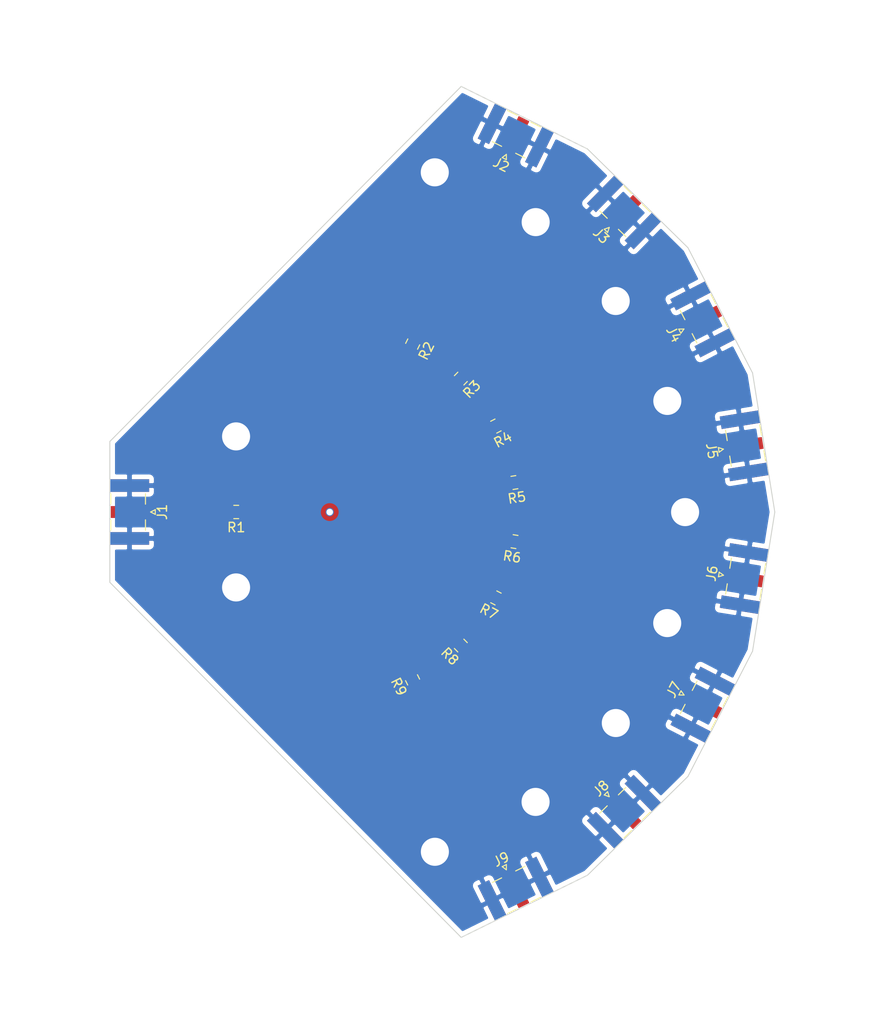
<source format=kicad_pcb>
(kicad_pcb (version 20171130) (host pcbnew 5.1.8-db9833491~87~ubuntu20.04.1)

  (general
    (thickness 1.6)
    (drawings 65)
    (tracks 78)
    (zones 0)
    (modules 18)
    (nets 12)
  )

  (page A4)
  (title_block
    (title "Divisor de potencia resistivo 1x8 - Microstrip")
    (date 2020-09-01)
    (rev PCB-x8-M-1.0)
    (company "Instituto Balseiro")
    (comment 1 "Ingeniería en Telecomunicaciones")
    (comment 2 "Quinteros del Castillo, José Ignacio")
    (comment 3 "Sistema para Emulación, Adquisición y Procesamiento de Datos de Matrices de Sensores")
  )

  (layers
    (0 F.Cu signal)
    (31 B.Cu signal hide)
    (32 B.Adhes user hide)
    (33 F.Adhes user hide)
    (34 B.Paste user hide)
    (35 F.Paste user)
    (36 B.SilkS user hide)
    (37 F.SilkS user)
    (38 B.Mask user hide)
    (39 F.Mask user)
    (40 Dwgs.User user hide)
    (41 Cmts.User user hide)
    (42 Eco1.User user hide)
    (43 Eco2.User user hide)
    (44 Edge.Cuts user)
    (45 Margin user hide)
    (46 B.CrtYd user hide)
    (47 F.CrtYd user)
    (48 B.Fab user hide)
    (49 F.Fab user)
  )

  (setup
    (last_trace_width 2.87)
    (user_trace_width 1.5)
    (trace_clearance 0.5)
    (zone_clearance 0.5)
    (zone_45_only no)
    (trace_min 0.2)
    (via_size 0.8)
    (via_drill 0.4)
    (via_min_size 0.4)
    (via_min_drill 0.3)
    (user_via 0.9 0.7)
    (user_via 3.2 3)
    (uvia_size 0.3)
    (uvia_drill 0.1)
    (uvias_allowed no)
    (uvia_min_size 0.2)
    (uvia_min_drill 0.1)
    (edge_width 0.05)
    (segment_width 0.2)
    (pcb_text_width 0.3)
    (pcb_text_size 1.5 1.5)
    (mod_edge_width 0.12)
    (mod_text_size 1 1)
    (mod_text_width 0.15)
    (pad_size 1.15 1.4)
    (pad_drill 0)
    (pad_to_mask_clearance 0.051)
    (solder_mask_min_width 0.25)
    (aux_axis_origin 0 0)
    (visible_elements 7FFFFFFF)
    (pcbplotparams
      (layerselection 0x00000_7fffffff)
      (usegerberextensions false)
      (usegerberattributes false)
      (usegerberadvancedattributes false)
      (creategerberjobfile false)
      (excludeedgelayer true)
      (linewidth 0.100000)
      (plotframeref false)
      (viasonmask false)
      (mode 1)
      (useauxorigin false)
      (hpglpennumber 1)
      (hpglpenspeed 20)
      (hpglpendiameter 15.000000)
      (psnegative false)
      (psa4output false)
      (plotreference true)
      (plotvalue true)
      (plotinvisibletext false)
      (padsonsilk false)
      (subtractmaskfromsilk false)
      (outputformat 1)
      (mirror false)
      (drillshape 0)
      (scaleselection 1)
      (outputdirectory "Plots/"))
  )

  (net 0 "")
  (net 1 "Net-(J1-Pad1)")
  (net 2 GND)
  (net 3 "Net-(J6-Pad1)")
  (net 4 "Net-(J7-Pad1)")
  (net 5 "Net-(J8-Pad1)")
  (net 6 "Net-(J9-Pad1)")
  (net 7 "Net-(J10-Pad1)")
  (net 8 "Net-(J11-Pad1)")
  (net 9 "Net-(J12-Pad1)")
  (net 10 "Net-(J13-Pad1)")
  (net 11 "Net-(R1-Pad1)")

  (net_class Default "This is the default net class."
    (clearance 0.5)
    (trace_width 2.87)
    (via_dia 0.8)
    (via_drill 0.4)
    (uvia_dia 0.3)
    (uvia_drill 0.1)
    (add_net GND)
    (add_net "Net-(J1-Pad1)")
    (add_net "Net-(J10-Pad1)")
    (add_net "Net-(J11-Pad1)")
    (add_net "Net-(J12-Pad1)")
    (add_net "Net-(J13-Pad1)")
    (add_net "Net-(J6-Pad1)")
    (add_net "Net-(J7-Pad1)")
    (add_net "Net-(J8-Pad1)")
    (add_net "Net-(J9-Pad1)")
    (add_net "Net-(R1-Pad1)")
  )

  (module Connector_Coaxial:SMA_Samtec_SMA-J-P-X-ST-EM1_EdgeMount (layer F.Cu) (tedit 5DAA3454) (tstamp 5F41A739)
    (at 119.98 104.45 270)
    (descr "Connector SMA, 0Hz to 20GHz, 50Ohm, Edge Mount (http://suddendocs.samtec.com/prints/sma-j-p-x-st-em1-mkt.pdf)")
    (tags "SMA Straight Samtec Edge Mount")
    (path /5EA3E56C)
    (attr smd)
    (fp_text reference J1 (at 0 -3.5 90) (layer F.SilkS)
      (effects (font (size 1 1) (thickness 0.15)))
    )
    (fp_text value SMA_Female (at 0 13 90) (layer F.Fab)
      (effects (font (size 1 1) (thickness 0.15)))
    )
    (fp_line (start -0.25 -2.76) (end 0 -2.26) (layer F.SilkS) (width 0.12))
    (fp_line (start 0.25 -2.76) (end -0.25 -2.76) (layer F.SilkS) (width 0.12))
    (fp_line (start 0 -2.26) (end 0.25 -2.76) (layer F.SilkS) (width 0.12))
    (fp_line (start 0 3.1) (end -0.64 2.1) (layer F.Fab) (width 0.1))
    (fp_line (start 0.64 2.1) (end 0 3.1) (layer F.Fab) (width 0.1))
    (fp_line (start 4 2.6) (end 4 -2.6) (layer F.CrtYd) (width 0.05))
    (fp_line (start 3.68 12.12) (end -3.68 12.12) (layer F.CrtYd) (width 0.05))
    (fp_line (start -4 2.6) (end -4 -2.6) (layer F.CrtYd) (width 0.05))
    (fp_line (start -4 -2.6) (end 4 -2.6) (layer F.CrtYd) (width 0.05))
    (fp_line (start 4 2.6) (end 4 -2.6) (layer B.CrtYd) (width 0.05))
    (fp_line (start 3.68 12.12) (end -3.68 12.12) (layer B.CrtYd) (width 0.05))
    (fp_line (start -4 2.6) (end -4 -2.6) (layer B.CrtYd) (width 0.05))
    (fp_line (start -4 -2.6) (end 4 -2.6) (layer B.CrtYd) (width 0.05))
    (fp_line (start 3.165 11.62) (end -3.165 11.62) (layer F.Fab) (width 0.1))
    (fp_line (start 3.175 -1.71) (end 3.175 11.62) (layer F.Fab) (width 0.1))
    (fp_line (start 3.175 -1.71) (end 2.365 -1.71) (layer F.Fab) (width 0.1))
    (fp_line (start 2.365 -1.71) (end 2.365 2.1) (layer F.Fab) (width 0.1))
    (fp_line (start 2.365 2.1) (end -2.365 2.1) (layer F.Fab) (width 0.1))
    (fp_line (start -2.365 2.1) (end -2.365 -1.71) (layer F.Fab) (width 0.1))
    (fp_line (start -2.365 -1.71) (end -3.175 -1.71) (layer F.Fab) (width 0.1))
    (fp_line (start -3.175 -1.71) (end -3.175 11.62) (layer F.Fab) (width 0.1))
    (fp_line (start 4.1 2.1) (end -4.1 2.1) (layer Dwgs.User) (width 0.1))
    (fp_line (start -3.68 2.6) (end -4 2.6) (layer F.CrtYd) (width 0.05))
    (fp_line (start -3.68 12.12) (end -3.68 2.6) (layer F.CrtYd) (width 0.05))
    (fp_line (start 3.68 2.6) (end 4 2.6) (layer F.CrtYd) (width 0.05))
    (fp_line (start 3.68 2.6) (end 3.68 12.12) (layer F.CrtYd) (width 0.05))
    (fp_line (start -3.68 2.6) (end -4 2.6) (layer B.CrtYd) (width 0.05))
    (fp_line (start -3.68 12.12) (end -3.68 2.6) (layer B.CrtYd) (width 0.05))
    (fp_line (start 4 2.6) (end 3.68 2.6) (layer B.CrtYd) (width 0.05))
    (fp_line (start 3.68 2.6) (end 3.68 12.12) (layer B.CrtYd) (width 0.05))
    (fp_line (start -1.95 2) (end -0.84 2) (layer F.SilkS) (width 0.12))
    (fp_line (start 0.84 2) (end 1.95 2) (layer F.SilkS) (width 0.12))
    (fp_line (start -1.95 -1.71) (end -0.84 -1.71) (layer F.SilkS) (width 0.12))
    (fp_line (start 0.84 -1.71) (end 1.95 -1.71) (layer F.SilkS) (width 0.12))
    (fp_text user "Board Thickness: 1.57mm" (at 0 -5.45 90) (layer Cmts.User)
      (effects (font (size 1 1) (thickness 0.15)))
    )
    (fp_text user "PCB Edge" (at 0 2.6 90) (layer Dwgs.User)
      (effects (font (size 0.5 0.5) (thickness 0.1)))
    )
    (fp_text user %R (at 0 4.79 270) (layer F.Fab)
      (effects (font (size 1 1) (thickness 0.15)))
    )
    (pad 1 smd rect (at 0 0.2 270) (size 1.27 3.6) (layers F.Cu F.Paste F.Mask)
      (net 1 "Net-(J1-Pad1)"))
    (pad 2 smd rect (at 2.825 0 270) (size 1.35 4.2) (layers F.Cu F.Paste F.Mask)
      (net 2 GND))
    (pad 2 smd rect (at -2.825 0 270) (size 1.35 4.2) (layers F.Cu F.Paste F.Mask)
      (net 2 GND))
    (pad 2 smd rect (at 2.825 0 270) (size 1.35 4.2) (layers B.Cu B.Paste B.Mask)
      (net 2 GND))
    (pad 2 smd rect (at -2.825 0 270) (size 1.35 4.2) (layers B.Cu B.Paste B.Mask)
      (net 2 GND))
    (model ${KISYS3DMOD}/Connector_Coaxial.3dshapes/SMA_Samtec_SMA-J-P-X-ST-EM1_EdgeMount.wrl
      (at (xyz 0 0 0))
      (scale (xyz 1 1 1))
      (rotate (xyz 0 0 0))
    )
  )

  (module Connector_Coaxial:SMA_Samtec_SMA-J-P-X-ST-EM1_EdgeMount (layer F.Cu) (tedit 5DAA3454) (tstamp 5F3C47B3)
    (at 161.286385 64.209717 153.7)
    (descr "Connector SMA, 0Hz to 20GHz, 50Ohm, Edge Mount (http://suddendocs.samtec.com/prints/sma-j-p-x-st-em1-mkt.pdf)")
    (tags "SMA Straight Samtec Edge Mount")
    (path /5EA9F467)
    (attr smd)
    (fp_text reference J2 (at 0 -3.5 153.7) (layer F.SilkS)
      (effects (font (size 1 1) (thickness 0.15)))
    )
    (fp_text value SMA_Female (at 0 13 153.7) (layer F.Fab)
      (effects (font (size 1 1) (thickness 0.15)))
    )
    (fp_line (start 0.84 -1.71) (end 1.95 -1.71) (layer F.SilkS) (width 0.12))
    (fp_line (start -1.95 -1.71) (end -0.84 -1.71) (layer F.SilkS) (width 0.12))
    (fp_line (start 0.84 2) (end 1.95 2) (layer F.SilkS) (width 0.12))
    (fp_line (start -1.95 2) (end -0.84 2) (layer F.SilkS) (width 0.12))
    (fp_line (start 3.68 2.6) (end 3.68 12.12) (layer B.CrtYd) (width 0.05))
    (fp_line (start 4 2.6) (end 3.68 2.6) (layer B.CrtYd) (width 0.05))
    (fp_line (start -3.68 12.12) (end -3.68 2.6) (layer B.CrtYd) (width 0.05))
    (fp_line (start -3.68 2.6) (end -4 2.6) (layer B.CrtYd) (width 0.05))
    (fp_line (start 3.68 2.6) (end 3.68 12.12) (layer F.CrtYd) (width 0.05))
    (fp_line (start 3.68 2.6) (end 4 2.6) (layer F.CrtYd) (width 0.05))
    (fp_line (start -3.68 12.12) (end -3.68 2.6) (layer F.CrtYd) (width 0.05))
    (fp_line (start -3.68 2.6) (end -4 2.6) (layer F.CrtYd) (width 0.05))
    (fp_line (start 4.1 2.1) (end -4.1 2.1) (layer Dwgs.User) (width 0.1))
    (fp_line (start -3.175 -1.71) (end -3.175 11.62) (layer F.Fab) (width 0.1))
    (fp_line (start -2.365 -1.71) (end -3.175 -1.71) (layer F.Fab) (width 0.1))
    (fp_line (start -2.365 2.1) (end -2.365 -1.71) (layer F.Fab) (width 0.1))
    (fp_line (start 2.365 2.1) (end -2.365 2.1) (layer F.Fab) (width 0.1))
    (fp_line (start 2.365 -1.71) (end 2.365 2.1) (layer F.Fab) (width 0.1))
    (fp_line (start 3.175 -1.71) (end 2.365 -1.71) (layer F.Fab) (width 0.1))
    (fp_line (start 3.175 -1.71) (end 3.175 11.62) (layer F.Fab) (width 0.1))
    (fp_line (start 3.165 11.62) (end -3.165 11.62) (layer F.Fab) (width 0.1))
    (fp_line (start -4 -2.6) (end 4 -2.6) (layer B.CrtYd) (width 0.05))
    (fp_line (start -4 2.6) (end -4 -2.6) (layer B.CrtYd) (width 0.05))
    (fp_line (start 3.68 12.12) (end -3.68 12.12) (layer B.CrtYd) (width 0.05))
    (fp_line (start 4 2.6) (end 4 -2.6) (layer B.CrtYd) (width 0.05))
    (fp_line (start -4 -2.6) (end 4 -2.6) (layer F.CrtYd) (width 0.05))
    (fp_line (start -4 2.6) (end -4 -2.6) (layer F.CrtYd) (width 0.05))
    (fp_line (start 3.68 12.12) (end -3.68 12.12) (layer F.CrtYd) (width 0.05))
    (fp_line (start 4 2.6) (end 4 -2.6) (layer F.CrtYd) (width 0.05))
    (fp_line (start 0.64 2.1) (end 0 3.1) (layer F.Fab) (width 0.1))
    (fp_line (start 0 3.1) (end -0.64 2.1) (layer F.Fab) (width 0.1))
    (fp_line (start 0 -2.26) (end 0.25 -2.76) (layer F.SilkS) (width 0.12))
    (fp_line (start 0.25 -2.76) (end -0.25 -2.76) (layer F.SilkS) (width 0.12))
    (fp_line (start -0.25 -2.76) (end 0 -2.26) (layer F.SilkS) (width 0.12))
    (fp_text user %R (at 0 4.79 333.7) (layer F.Fab)
      (effects (font (size 1 1) (thickness 0.15)))
    )
    (fp_text user "PCB Edge" (at 0 2.6 153.7) (layer Dwgs.User)
      (effects (font (size 0.5 0.5) (thickness 0.1)))
    )
    (fp_text user "Board Thickness: 1.57mm" (at 0 -5.45 153.7) (layer Cmts.User)
      (effects (font (size 1 1) (thickness 0.15)))
    )
    (pad 2 smd rect (at -2.825 0 153.7) (size 1.35 4.2) (layers B.Cu B.Paste B.Mask)
      (net 2 GND))
    (pad 2 smd rect (at 2.825 0 153.7) (size 1.35 4.2) (layers B.Cu B.Paste B.Mask)
      (net 2 GND))
    (pad 2 smd rect (at -2.825 0 153.7) (size 1.35 4.2) (layers F.Cu F.Paste F.Mask)
      (net 2 GND))
    (pad 2 smd rect (at 2.825 0 153.7) (size 1.35 4.2) (layers F.Cu F.Paste F.Mask)
      (net 2 GND))
    (pad 1 smd rect (at 0 0.2 153.7) (size 1.27 3.6) (layers F.Cu F.Paste F.Mask)
      (net 3 "Net-(J6-Pad1)"))
    (model ${KISYS3DMOD}/Connector_Coaxial.3dshapes/SMA_Samtec_SMA-J-P-X-ST-EM1_EdgeMount.wrl
      (at (xyz 0 0 0))
      (scale (xyz 1 1 1))
      (rotate (xyz 0 0 0))
    )
  )

  (module Connector_Coaxial:SMA_Samtec_SMA-J-P-X-ST-EM1_EdgeMount (layer F.Cu) (tedit 5DAA3454) (tstamp 5F3C47E1)
    (at 172.871009 72.431946 135.5)
    (descr "Connector SMA, 0Hz to 20GHz, 50Ohm, Edge Mount (http://suddendocs.samtec.com/prints/sma-j-p-x-st-em1-mkt.pdf)")
    (tags "SMA Straight Samtec Edge Mount")
    (path /5EA9F461)
    (attr smd)
    (fp_text reference J3 (at 0 -3.5 135.5) (layer F.SilkS)
      (effects (font (size 1 1) (thickness 0.15)))
    )
    (fp_text value SMA_Female (at 0 13 135.5) (layer F.Fab)
      (effects (font (size 1 1) (thickness 0.15)))
    )
    (fp_line (start -0.25 -2.76) (end 0 -2.26) (layer F.SilkS) (width 0.12))
    (fp_line (start 0.25 -2.76) (end -0.25 -2.76) (layer F.SilkS) (width 0.12))
    (fp_line (start 0 -2.26) (end 0.25 -2.76) (layer F.SilkS) (width 0.12))
    (fp_line (start 0 3.1) (end -0.64 2.1) (layer F.Fab) (width 0.1))
    (fp_line (start 0.64 2.1) (end 0 3.1) (layer F.Fab) (width 0.1))
    (fp_line (start 4 2.6) (end 4 -2.6) (layer F.CrtYd) (width 0.05))
    (fp_line (start 3.68 12.12) (end -3.68 12.12) (layer F.CrtYd) (width 0.05))
    (fp_line (start -4 2.6) (end -4 -2.6) (layer F.CrtYd) (width 0.05))
    (fp_line (start -4 -2.6) (end 4 -2.6) (layer F.CrtYd) (width 0.05))
    (fp_line (start 4 2.6) (end 4 -2.6) (layer B.CrtYd) (width 0.05))
    (fp_line (start 3.68 12.12) (end -3.68 12.12) (layer B.CrtYd) (width 0.05))
    (fp_line (start -4 2.6) (end -4 -2.6) (layer B.CrtYd) (width 0.05))
    (fp_line (start -4 -2.6) (end 4 -2.6) (layer B.CrtYd) (width 0.05))
    (fp_line (start 3.165 11.62) (end -3.165 11.62) (layer F.Fab) (width 0.1))
    (fp_line (start 3.175 -1.71) (end 3.175 11.62) (layer F.Fab) (width 0.1))
    (fp_line (start 3.175 -1.71) (end 2.365 -1.71) (layer F.Fab) (width 0.1))
    (fp_line (start 2.365 -1.71) (end 2.365 2.1) (layer F.Fab) (width 0.1))
    (fp_line (start 2.365 2.1) (end -2.365 2.1) (layer F.Fab) (width 0.1))
    (fp_line (start -2.365 2.1) (end -2.365 -1.71) (layer F.Fab) (width 0.1))
    (fp_line (start -2.365 -1.71) (end -3.175 -1.71) (layer F.Fab) (width 0.1))
    (fp_line (start -3.175 -1.71) (end -3.175 11.62) (layer F.Fab) (width 0.1))
    (fp_line (start 4.1 2.1) (end -4.1 2.1) (layer Dwgs.User) (width 0.1))
    (fp_line (start -3.68 2.6) (end -4 2.6) (layer F.CrtYd) (width 0.05))
    (fp_line (start -3.68 12.12) (end -3.68 2.6) (layer F.CrtYd) (width 0.05))
    (fp_line (start 3.68 2.6) (end 4 2.6) (layer F.CrtYd) (width 0.05))
    (fp_line (start 3.68 2.6) (end 3.68 12.12) (layer F.CrtYd) (width 0.05))
    (fp_line (start -3.68 2.6) (end -4 2.6) (layer B.CrtYd) (width 0.05))
    (fp_line (start -3.68 12.12) (end -3.68 2.6) (layer B.CrtYd) (width 0.05))
    (fp_line (start 4 2.6) (end 3.68 2.6) (layer B.CrtYd) (width 0.05))
    (fp_line (start 3.68 2.6) (end 3.68 12.12) (layer B.CrtYd) (width 0.05))
    (fp_line (start -1.95 2) (end -0.84 2) (layer F.SilkS) (width 0.12))
    (fp_line (start 0.84 2) (end 1.95 2) (layer F.SilkS) (width 0.12))
    (fp_line (start -1.95 -1.71) (end -0.84 -1.71) (layer F.SilkS) (width 0.12))
    (fp_line (start 0.84 -1.71) (end 1.95 -1.71) (layer F.SilkS) (width 0.12))
    (fp_text user "Board Thickness: 1.57mm" (at 0 -5.45 135.5) (layer Cmts.User)
      (effects (font (size 1 1) (thickness 0.15)))
    )
    (fp_text user "PCB Edge" (at 0 2.6 135.5) (layer Dwgs.User)
      (effects (font (size 0.5 0.5) (thickness 0.1)))
    )
    (fp_text user %R (at 0 4.79 315.5) (layer F.Fab)
      (effects (font (size 1 1) (thickness 0.15)))
    )
    (pad 1 smd rect (at 0 0.2 135.5) (size 1.27 3.6) (layers F.Cu F.Paste F.Mask)
      (net 4 "Net-(J7-Pad1)"))
    (pad 2 smd rect (at 2.825 0 135.5) (size 1.35 4.2) (layers F.Cu F.Paste F.Mask)
      (net 2 GND))
    (pad 2 smd rect (at -2.825 0 135.5) (size 1.35 4.2) (layers F.Cu F.Paste F.Mask)
      (net 2 GND))
    (pad 2 smd rect (at 2.825 0 135.5) (size 1.35 4.2) (layers B.Cu B.Paste B.Mask)
      (net 2 GND))
    (pad 2 smd rect (at -2.825 0 135.5) (size 1.35 4.2) (layers B.Cu B.Paste B.Mask)
      (net 2 GND))
    (model ${KISYS3DMOD}/Connector_Coaxial.3dshapes/SMA_Samtec_SMA-J-P-X-ST-EM1_EdgeMount.wrl
      (at (xyz 0 0 0))
      (scale (xyz 1 1 1))
      (rotate (xyz 0 0 0))
    )
  )

  (module Connector_Coaxial:SMA_Samtec_SMA-J-P-X-ST-EM1_EdgeMount (layer F.Cu) (tedit 5DAA3454) (tstamp 5F3C480F)
    (at 181.286077 83.858841 117.3)
    (descr "Connector SMA, 0Hz to 20GHz, 50Ohm, Edge Mount (http://suddendocs.samtec.com/prints/sma-j-p-x-st-em1-mkt.pdf)")
    (tags "SMA Straight Samtec Edge Mount")
    (path /5EA9F455)
    (attr smd)
    (fp_text reference J4 (at 0 -3.5 117.3) (layer F.SilkS)
      (effects (font (size 1 1) (thickness 0.15)))
    )
    (fp_text value SMA_Female (at 0 13 117.3) (layer F.Fab)
      (effects (font (size 1 1) (thickness 0.15)))
    )
    (fp_line (start -0.25 -2.76) (end 0 -2.26) (layer F.SilkS) (width 0.12))
    (fp_line (start 0.25 -2.76) (end -0.25 -2.76) (layer F.SilkS) (width 0.12))
    (fp_line (start 0 -2.26) (end 0.25 -2.76) (layer F.SilkS) (width 0.12))
    (fp_line (start 0 3.1) (end -0.64 2.1) (layer F.Fab) (width 0.1))
    (fp_line (start 0.64 2.1) (end 0 3.1) (layer F.Fab) (width 0.1))
    (fp_line (start 4 2.6) (end 4 -2.6) (layer F.CrtYd) (width 0.05))
    (fp_line (start 3.68 12.12) (end -3.68 12.12) (layer F.CrtYd) (width 0.05))
    (fp_line (start -4 2.6) (end -4 -2.6) (layer F.CrtYd) (width 0.05))
    (fp_line (start -4 -2.6) (end 4 -2.6) (layer F.CrtYd) (width 0.05))
    (fp_line (start 4 2.6) (end 4 -2.6) (layer B.CrtYd) (width 0.05))
    (fp_line (start 3.68 12.12) (end -3.68 12.12) (layer B.CrtYd) (width 0.05))
    (fp_line (start -4 2.6) (end -4 -2.6) (layer B.CrtYd) (width 0.05))
    (fp_line (start -4 -2.6) (end 4 -2.6) (layer B.CrtYd) (width 0.05))
    (fp_line (start 3.165 11.62) (end -3.165 11.62) (layer F.Fab) (width 0.1))
    (fp_line (start 3.175 -1.71) (end 3.175 11.62) (layer F.Fab) (width 0.1))
    (fp_line (start 3.175 -1.71) (end 2.365 -1.71) (layer F.Fab) (width 0.1))
    (fp_line (start 2.365 -1.71) (end 2.365 2.1) (layer F.Fab) (width 0.1))
    (fp_line (start 2.365 2.1) (end -2.365 2.1) (layer F.Fab) (width 0.1))
    (fp_line (start -2.365 2.1) (end -2.365 -1.71) (layer F.Fab) (width 0.1))
    (fp_line (start -2.365 -1.71) (end -3.175 -1.71) (layer F.Fab) (width 0.1))
    (fp_line (start -3.175 -1.71) (end -3.175 11.62) (layer F.Fab) (width 0.1))
    (fp_line (start 4.1 2.1) (end -4.1 2.1) (layer Dwgs.User) (width 0.1))
    (fp_line (start -3.68 2.6) (end -4 2.6) (layer F.CrtYd) (width 0.05))
    (fp_line (start -3.68 12.12) (end -3.68 2.6) (layer F.CrtYd) (width 0.05))
    (fp_line (start 3.68 2.6) (end 4 2.6) (layer F.CrtYd) (width 0.05))
    (fp_line (start 3.68 2.6) (end 3.68 12.12) (layer F.CrtYd) (width 0.05))
    (fp_line (start -3.68 2.6) (end -4 2.6) (layer B.CrtYd) (width 0.05))
    (fp_line (start -3.68 12.12) (end -3.68 2.6) (layer B.CrtYd) (width 0.05))
    (fp_line (start 4 2.6) (end 3.68 2.6) (layer B.CrtYd) (width 0.05))
    (fp_line (start 3.68 2.6) (end 3.68 12.12) (layer B.CrtYd) (width 0.05))
    (fp_line (start -1.95 2) (end -0.84 2) (layer F.SilkS) (width 0.12))
    (fp_line (start 0.84 2) (end 1.95 2) (layer F.SilkS) (width 0.12))
    (fp_line (start -1.95 -1.71) (end -0.84 -1.71) (layer F.SilkS) (width 0.12))
    (fp_line (start 0.84 -1.71) (end 1.95 -1.71) (layer F.SilkS) (width 0.12))
    (fp_text user "Board Thickness: 1.57mm" (at 0 -5.45 117.3) (layer Cmts.User)
      (effects (font (size 1 1) (thickness 0.15)))
    )
    (fp_text user "PCB Edge" (at 0 2.6 117.3) (layer Dwgs.User)
      (effects (font (size 0.5 0.5) (thickness 0.1)))
    )
    (fp_text user %R (at 0 4.79 297.3) (layer F.Fab)
      (effects (font (size 1 1) (thickness 0.15)))
    )
    (pad 1 smd rect (at 0 0.2 117.3) (size 1.27 3.6) (layers F.Cu F.Paste F.Mask)
      (net 5 "Net-(J8-Pad1)"))
    (pad 2 smd rect (at 2.825 0 117.3) (size 1.35 4.2) (layers F.Cu F.Paste F.Mask)
      (net 2 GND))
    (pad 2 smd rect (at -2.825 0 117.3) (size 1.35 4.2) (layers F.Cu F.Paste F.Mask)
      (net 2 GND))
    (pad 2 smd rect (at 2.825 0 117.3) (size 1.35 4.2) (layers B.Cu B.Paste B.Mask)
      (net 2 GND))
    (pad 2 smd rect (at -2.825 0 117.3) (size 1.35 4.2) (layers B.Cu B.Paste B.Mask)
      (net 2 GND))
    (model ${KISYS3DMOD}/Connector_Coaxial.3dshapes/SMA_Samtec_SMA-J-P-X-ST-EM1_EdgeMount.wrl
      (at (xyz 0 0 0))
      (scale (xyz 1 1 1))
      (rotate (xyz 0 0 0))
    )
  )

  (module Connector_Coaxial:SMA_Samtec_SMA-J-P-X-ST-EM1_EdgeMount (layer F.Cu) (tedit 5DAA3454) (tstamp 5F3CC14C)
    (at 185.725319 97.374358 99.1)
    (descr "Connector SMA, 0Hz to 20GHz, 50Ohm, Edge Mount (http://suddendocs.samtec.com/prints/sma-j-p-x-st-em1-mkt.pdf)")
    (tags "SMA Straight Samtec Edge Mount")
    (path /5EA9F45B)
    (attr smd)
    (fp_text reference J5 (at 0 -3.5 99.1) (layer F.SilkS)
      (effects (font (size 1 1) (thickness 0.15)))
    )
    (fp_text value SMA_Female (at 0 13 99.1) (layer F.Fab)
      (effects (font (size 1 1) (thickness 0.15)))
    )
    (fp_line (start 0.84 -1.71) (end 1.95 -1.71) (layer F.SilkS) (width 0.12))
    (fp_line (start -1.95 -1.71) (end -0.84 -1.71) (layer F.SilkS) (width 0.12))
    (fp_line (start 0.84 2) (end 1.95 2) (layer F.SilkS) (width 0.12))
    (fp_line (start -1.95 2) (end -0.84 2) (layer F.SilkS) (width 0.12))
    (fp_line (start 3.68 2.6) (end 3.68 12.12) (layer B.CrtYd) (width 0.05))
    (fp_line (start 4 2.6) (end 3.68 2.6) (layer B.CrtYd) (width 0.05))
    (fp_line (start -3.68 12.12) (end -3.68 2.6) (layer B.CrtYd) (width 0.05))
    (fp_line (start -3.68 2.6) (end -4 2.6) (layer B.CrtYd) (width 0.05))
    (fp_line (start 3.68 2.6) (end 3.68 12.12) (layer F.CrtYd) (width 0.05))
    (fp_line (start 3.68 2.6) (end 4 2.6) (layer F.CrtYd) (width 0.05))
    (fp_line (start -3.68 12.12) (end -3.68 2.6) (layer F.CrtYd) (width 0.05))
    (fp_line (start -3.68 2.6) (end -4 2.6) (layer F.CrtYd) (width 0.05))
    (fp_line (start 4.1 2.1) (end -4.1 2.1) (layer Dwgs.User) (width 0.1))
    (fp_line (start -3.175 -1.71) (end -3.175 11.62) (layer F.Fab) (width 0.1))
    (fp_line (start -2.365 -1.71) (end -3.175 -1.71) (layer F.Fab) (width 0.1))
    (fp_line (start -2.365 2.1) (end -2.365 -1.71) (layer F.Fab) (width 0.1))
    (fp_line (start 2.365 2.1) (end -2.365 2.1) (layer F.Fab) (width 0.1))
    (fp_line (start 2.365 -1.71) (end 2.365 2.1) (layer F.Fab) (width 0.1))
    (fp_line (start 3.175 -1.71) (end 2.365 -1.71) (layer F.Fab) (width 0.1))
    (fp_line (start 3.175 -1.71) (end 3.175 11.62) (layer F.Fab) (width 0.1))
    (fp_line (start 3.165 11.62) (end -3.165 11.62) (layer F.Fab) (width 0.1))
    (fp_line (start -4 -2.6) (end 4 -2.6) (layer B.CrtYd) (width 0.05))
    (fp_line (start -4 2.6) (end -4 -2.6) (layer B.CrtYd) (width 0.05))
    (fp_line (start 3.68 12.12) (end -3.68 12.12) (layer B.CrtYd) (width 0.05))
    (fp_line (start 4 2.6) (end 4 -2.6) (layer B.CrtYd) (width 0.05))
    (fp_line (start -4 -2.6) (end 4 -2.6) (layer F.CrtYd) (width 0.05))
    (fp_line (start -4 2.6) (end -4 -2.6) (layer F.CrtYd) (width 0.05))
    (fp_line (start 3.68 12.12) (end -3.68 12.12) (layer F.CrtYd) (width 0.05))
    (fp_line (start 4 2.6) (end 4 -2.6) (layer F.CrtYd) (width 0.05))
    (fp_line (start 0.64 2.1) (end 0 3.1) (layer F.Fab) (width 0.1))
    (fp_line (start 0 3.1) (end -0.64 2.1) (layer F.Fab) (width 0.1))
    (fp_line (start 0 -2.26) (end 0.25 -2.76) (layer F.SilkS) (width 0.12))
    (fp_line (start 0.25 -2.76) (end -0.25 -2.76) (layer F.SilkS) (width 0.12))
    (fp_line (start -0.25 -2.76) (end 0 -2.26) (layer F.SilkS) (width 0.12))
    (fp_text user %R (at 0 4.79 279.1) (layer F.Fab)
      (effects (font (size 1 1) (thickness 0.15)))
    )
    (fp_text user "PCB Edge" (at 0 2.6 99.1) (layer Dwgs.User)
      (effects (font (size 0.5 0.5) (thickness 0.1)))
    )
    (fp_text user "Board Thickness: 1.57mm" (at 0 -5.45 99.1) (layer Cmts.User)
      (effects (font (size 1 1) (thickness 0.15)))
    )
    (pad 2 smd rect (at -2.825 0 99.1) (size 1.35 4.2) (layers B.Cu B.Paste B.Mask)
      (net 2 GND))
    (pad 2 smd rect (at 2.825 0 99.1) (size 1.35 4.2) (layers B.Cu B.Paste B.Mask)
      (net 2 GND))
    (pad 2 smd rect (at -2.825 0 99.1) (size 1.35 4.2) (layers F.Cu F.Paste F.Mask)
      (net 2 GND))
    (pad 2 smd rect (at 2.825 0 99.1) (size 1.35 4.2) (layers F.Cu F.Paste F.Mask)
      (net 2 GND))
    (pad 1 smd rect (at 0 0.2 99.1) (size 1.27 3.6) (layers F.Cu F.Paste F.Mask)
      (net 6 "Net-(J9-Pad1)"))
    (model ${KISYS3DMOD}/Connector_Coaxial.3dshapes/SMA_Samtec_SMA-J-P-X-ST-EM1_EdgeMount.wrl
      (at (xyz 0 0 0))
      (scale (xyz 1 1 1))
      (rotate (xyz 0 0 0))
    )
  )

  (module Connector_Coaxial:SMA_Samtec_SMA-J-P-X-ST-EM1_EdgeMount (layer F.Cu) (tedit 5DAA3454) (tstamp 5F3C486B)
    (at 185.732586 111.562553 80.9)
    (descr "Connector SMA, 0Hz to 20GHz, 50Ohm, Edge Mount (http://suddendocs.samtec.com/prints/sma-j-p-x-st-em1-mkt.pdf)")
    (tags "SMA Straight Samtec Edge Mount")
    (path /5EAA08C8)
    (attr smd)
    (fp_text reference J6 (at 0 -3.5 80.9) (layer F.SilkS)
      (effects (font (size 1 1) (thickness 0.15)))
    )
    (fp_text value SMA_Female (at 0 13 80.9) (layer F.Fab)
      (effects (font (size 1 1) (thickness 0.15)))
    )
    (fp_line (start 0.84 -1.71) (end 1.95 -1.71) (layer F.SilkS) (width 0.12))
    (fp_line (start -1.95 -1.71) (end -0.84 -1.71) (layer F.SilkS) (width 0.12))
    (fp_line (start 0.84 2) (end 1.95 2) (layer F.SilkS) (width 0.12))
    (fp_line (start -1.95 2) (end -0.84 2) (layer F.SilkS) (width 0.12))
    (fp_line (start 3.68 2.6) (end 3.68 12.12) (layer B.CrtYd) (width 0.05))
    (fp_line (start 4 2.6) (end 3.68 2.6) (layer B.CrtYd) (width 0.05))
    (fp_line (start -3.68 12.12) (end -3.68 2.6) (layer B.CrtYd) (width 0.05))
    (fp_line (start -3.68 2.6) (end -4 2.6) (layer B.CrtYd) (width 0.05))
    (fp_line (start 3.68 2.6) (end 3.68 12.12) (layer F.CrtYd) (width 0.05))
    (fp_line (start 3.68 2.6) (end 4 2.6) (layer F.CrtYd) (width 0.05))
    (fp_line (start -3.68 12.12) (end -3.68 2.6) (layer F.CrtYd) (width 0.05))
    (fp_line (start -3.68 2.6) (end -4 2.6) (layer F.CrtYd) (width 0.05))
    (fp_line (start 4.1 2.1) (end -4.1 2.1) (layer Dwgs.User) (width 0.1))
    (fp_line (start -3.175 -1.71) (end -3.175 11.62) (layer F.Fab) (width 0.1))
    (fp_line (start -2.365 -1.71) (end -3.175 -1.71) (layer F.Fab) (width 0.1))
    (fp_line (start -2.365 2.1) (end -2.365 -1.71) (layer F.Fab) (width 0.1))
    (fp_line (start 2.365 2.1) (end -2.365 2.1) (layer F.Fab) (width 0.1))
    (fp_line (start 2.365 -1.71) (end 2.365 2.1) (layer F.Fab) (width 0.1))
    (fp_line (start 3.175 -1.71) (end 2.365 -1.71) (layer F.Fab) (width 0.1))
    (fp_line (start 3.175 -1.71) (end 3.175 11.62) (layer F.Fab) (width 0.1))
    (fp_line (start 3.165 11.62) (end -3.165 11.62) (layer F.Fab) (width 0.1))
    (fp_line (start -4 -2.6) (end 4 -2.6) (layer B.CrtYd) (width 0.05))
    (fp_line (start -4 2.6) (end -4 -2.6) (layer B.CrtYd) (width 0.05))
    (fp_line (start 3.68 12.12) (end -3.68 12.12) (layer B.CrtYd) (width 0.05))
    (fp_line (start 4 2.6) (end 4 -2.6) (layer B.CrtYd) (width 0.05))
    (fp_line (start -4 -2.6) (end 4 -2.6) (layer F.CrtYd) (width 0.05))
    (fp_line (start -4 2.6) (end -4 -2.6) (layer F.CrtYd) (width 0.05))
    (fp_line (start 3.68 12.12) (end -3.68 12.12) (layer F.CrtYd) (width 0.05))
    (fp_line (start 4 2.6) (end 4 -2.6) (layer F.CrtYd) (width 0.05))
    (fp_line (start 0.64 2.1) (end 0 3.1) (layer F.Fab) (width 0.1))
    (fp_line (start 0 3.1) (end -0.64 2.1) (layer F.Fab) (width 0.1))
    (fp_line (start 0 -2.26) (end 0.25 -2.76) (layer F.SilkS) (width 0.12))
    (fp_line (start 0.25 -2.76) (end -0.25 -2.76) (layer F.SilkS) (width 0.12))
    (fp_line (start -0.25 -2.76) (end 0 -2.26) (layer F.SilkS) (width 0.12))
    (fp_text user %R (at 0 4.79 260.9) (layer F.Fab)
      (effects (font (size 1 1) (thickness 0.15)))
    )
    (fp_text user "PCB Edge" (at 0 2.6 80.9) (layer Dwgs.User)
      (effects (font (size 0.5 0.5) (thickness 0.1)))
    )
    (fp_text user "Board Thickness: 1.57mm" (at 0 -5.45 80.9) (layer Cmts.User)
      (effects (font (size 1 1) (thickness 0.15)))
    )
    (pad 2 smd rect (at -2.825 0 80.9) (size 1.35 4.2) (layers B.Cu B.Paste B.Mask)
      (net 2 GND))
    (pad 2 smd rect (at 2.825 0 80.9) (size 1.35 4.2) (layers B.Cu B.Paste B.Mask)
      (net 2 GND))
    (pad 2 smd rect (at -2.825 0 80.9) (size 1.35 4.2) (layers F.Cu F.Paste F.Mask)
      (net 2 GND))
    (pad 2 smd rect (at 2.825 0 80.9) (size 1.35 4.2) (layers F.Cu F.Paste F.Mask)
      (net 2 GND))
    (pad 1 smd rect (at 0 0.2 80.9) (size 1.27 3.6) (layers F.Cu F.Paste F.Mask)
      (net 7 "Net-(J10-Pad1)"))
    (model ${KISYS3DMOD}/Connector_Coaxial.3dshapes/SMA_Samtec_SMA-J-P-X-ST-EM1_EdgeMount.wrl
      (at (xyz 0 0 0))
      (scale (xyz 1 1 1))
      (rotate (xyz 0 0 0))
    )
  )

  (module Connector_Coaxial:SMA_Samtec_SMA-J-P-X-ST-EM1_EdgeMount (layer F.Cu) (tedit 5DAA3454) (tstamp 5F3C4899)
    (at 181.301814 125.045054 62.7)
    (descr "Connector SMA, 0Hz to 20GHz, 50Ohm, Edge Mount (http://suddendocs.samtec.com/prints/sma-j-p-x-st-em1-mkt.pdf)")
    (tags "SMA Straight Samtec Edge Mount")
    (path /5EAA08C2)
    (attr smd)
    (fp_text reference J7 (at 0 -3.5 62.7) (layer F.SilkS)
      (effects (font (size 1 1) (thickness 0.15)))
    )
    (fp_text value SMA_Female (at 0 13 62.7) (layer F.Fab)
      (effects (font (size 1 1) (thickness 0.15)))
    )
    (fp_line (start -0.25 -2.76) (end 0 -2.26) (layer F.SilkS) (width 0.12))
    (fp_line (start 0.25 -2.76) (end -0.25 -2.76) (layer F.SilkS) (width 0.12))
    (fp_line (start 0 -2.26) (end 0.25 -2.76) (layer F.SilkS) (width 0.12))
    (fp_line (start 0 3.1) (end -0.64 2.1) (layer F.Fab) (width 0.1))
    (fp_line (start 0.64 2.1) (end 0 3.1) (layer F.Fab) (width 0.1))
    (fp_line (start 4 2.6) (end 4 -2.6) (layer F.CrtYd) (width 0.05))
    (fp_line (start 3.68 12.12) (end -3.68 12.12) (layer F.CrtYd) (width 0.05))
    (fp_line (start -4 2.6) (end -4 -2.6) (layer F.CrtYd) (width 0.05))
    (fp_line (start -4 -2.6) (end 4 -2.6) (layer F.CrtYd) (width 0.05))
    (fp_line (start 4 2.6) (end 4 -2.6) (layer B.CrtYd) (width 0.05))
    (fp_line (start 3.68 12.12) (end -3.68 12.12) (layer B.CrtYd) (width 0.05))
    (fp_line (start -4 2.6) (end -4 -2.6) (layer B.CrtYd) (width 0.05))
    (fp_line (start -4 -2.6) (end 4 -2.6) (layer B.CrtYd) (width 0.05))
    (fp_line (start 3.165 11.62) (end -3.165 11.62) (layer F.Fab) (width 0.1))
    (fp_line (start 3.175 -1.71) (end 3.175 11.62) (layer F.Fab) (width 0.1))
    (fp_line (start 3.175 -1.71) (end 2.365 -1.71) (layer F.Fab) (width 0.1))
    (fp_line (start 2.365 -1.71) (end 2.365 2.1) (layer F.Fab) (width 0.1))
    (fp_line (start 2.365 2.1) (end -2.365 2.1) (layer F.Fab) (width 0.1))
    (fp_line (start -2.365 2.1) (end -2.365 -1.71) (layer F.Fab) (width 0.1))
    (fp_line (start -2.365 -1.71) (end -3.175 -1.71) (layer F.Fab) (width 0.1))
    (fp_line (start -3.175 -1.71) (end -3.175 11.62) (layer F.Fab) (width 0.1))
    (fp_line (start 4.1 2.1) (end -4.1 2.1) (layer Dwgs.User) (width 0.1))
    (fp_line (start -3.68 2.6) (end -4 2.6) (layer F.CrtYd) (width 0.05))
    (fp_line (start -3.68 12.12) (end -3.68 2.6) (layer F.CrtYd) (width 0.05))
    (fp_line (start 3.68 2.6) (end 4 2.6) (layer F.CrtYd) (width 0.05))
    (fp_line (start 3.68 2.6) (end 3.68 12.12) (layer F.CrtYd) (width 0.05))
    (fp_line (start -3.68 2.6) (end -4 2.6) (layer B.CrtYd) (width 0.05))
    (fp_line (start -3.68 12.12) (end -3.68 2.6) (layer B.CrtYd) (width 0.05))
    (fp_line (start 4 2.6) (end 3.68 2.6) (layer B.CrtYd) (width 0.05))
    (fp_line (start 3.68 2.6) (end 3.68 12.12) (layer B.CrtYd) (width 0.05))
    (fp_line (start -1.95 2) (end -0.84 2) (layer F.SilkS) (width 0.12))
    (fp_line (start 0.84 2) (end 1.95 2) (layer F.SilkS) (width 0.12))
    (fp_line (start -1.95 -1.71) (end -0.84 -1.71) (layer F.SilkS) (width 0.12))
    (fp_line (start 0.84 -1.71) (end 1.95 -1.71) (layer F.SilkS) (width 0.12))
    (fp_text user "Board Thickness: 1.57mm" (at 0 -5.45 62.7) (layer Cmts.User)
      (effects (font (size 1 1) (thickness 0.15)))
    )
    (fp_text user "PCB Edge" (at 0 2.6 62.7) (layer Dwgs.User)
      (effects (font (size 0.5 0.5) (thickness 0.1)))
    )
    (fp_text user %R (at 0 4.79 242.7) (layer F.Fab)
      (effects (font (size 1 1) (thickness 0.15)))
    )
    (pad 1 smd rect (at 0 0.2 62.7) (size 1.27 3.6) (layers F.Cu F.Paste F.Mask)
      (net 8 "Net-(J11-Pad1)"))
    (pad 2 smd rect (at 2.825 0 62.7) (size 1.35 4.2) (layers F.Cu F.Paste F.Mask)
      (net 2 GND))
    (pad 2 smd rect (at -2.825 0 62.7) (size 1.35 4.2) (layers F.Cu F.Paste F.Mask)
      (net 2 GND))
    (pad 2 smd rect (at 2.825 0 62.7) (size 1.35 4.2) (layers B.Cu B.Paste B.Mask)
      (net 2 GND))
    (pad 2 smd rect (at -2.825 0 62.7) (size 1.35 4.2) (layers B.Cu B.Paste B.Mask)
      (net 2 GND))
    (model ${KISYS3DMOD}/Connector_Coaxial.3dshapes/SMA_Samtec_SMA-J-P-X-ST-EM1_EdgeMount.wrl
      (at (xyz 0 0 0))
      (scale (xyz 1 1 1))
      (rotate (xyz 0 0 0))
    )
  )

  (module Connector_Coaxial:SMA_Samtec_SMA-J-P-X-ST-EM1_EdgeMount (layer F.Cu) (tedit 5DAA3454) (tstamp 5F3C48C7)
    (at 172.867952 136.482092 44.5)
    (descr "Connector SMA, 0Hz to 20GHz, 50Ohm, Edge Mount (http://suddendocs.samtec.com/prints/sma-j-p-x-st-em1-mkt.pdf)")
    (tags "SMA Straight Samtec Edge Mount")
    (path /5EAA08B6)
    (attr smd)
    (fp_text reference J8 (at 0 -3.5 44.5) (layer F.SilkS)
      (effects (font (size 1 1) (thickness 0.15)))
    )
    (fp_text value SMA_Female (at 0 13 44.5) (layer F.Fab)
      (effects (font (size 1 1) (thickness 0.15)))
    )
    (fp_line (start -0.25 -2.76) (end 0 -2.26) (layer F.SilkS) (width 0.12))
    (fp_line (start 0.25 -2.76) (end -0.25 -2.76) (layer F.SilkS) (width 0.12))
    (fp_line (start 0 -2.26) (end 0.25 -2.76) (layer F.SilkS) (width 0.12))
    (fp_line (start 0 3.1) (end -0.64 2.1) (layer F.Fab) (width 0.1))
    (fp_line (start 0.64 2.1) (end 0 3.1) (layer F.Fab) (width 0.1))
    (fp_line (start 4 2.6) (end 4 -2.6) (layer F.CrtYd) (width 0.05))
    (fp_line (start 3.68 12.12) (end -3.68 12.12) (layer F.CrtYd) (width 0.05))
    (fp_line (start -4 2.6) (end -4 -2.6) (layer F.CrtYd) (width 0.05))
    (fp_line (start -4 -2.6) (end 4 -2.6) (layer F.CrtYd) (width 0.05))
    (fp_line (start 4 2.6) (end 4 -2.6) (layer B.CrtYd) (width 0.05))
    (fp_line (start 3.68 12.12) (end -3.68 12.12) (layer B.CrtYd) (width 0.05))
    (fp_line (start -4 2.6) (end -4 -2.6) (layer B.CrtYd) (width 0.05))
    (fp_line (start -4 -2.6) (end 4 -2.6) (layer B.CrtYd) (width 0.05))
    (fp_line (start 3.165 11.62) (end -3.165 11.62) (layer F.Fab) (width 0.1))
    (fp_line (start 3.175 -1.71) (end 3.175 11.62) (layer F.Fab) (width 0.1))
    (fp_line (start 3.175 -1.71) (end 2.365 -1.71) (layer F.Fab) (width 0.1))
    (fp_line (start 2.365 -1.71) (end 2.365 2.1) (layer F.Fab) (width 0.1))
    (fp_line (start 2.365 2.1) (end -2.365 2.1) (layer F.Fab) (width 0.1))
    (fp_line (start -2.365 2.1) (end -2.365 -1.71) (layer F.Fab) (width 0.1))
    (fp_line (start -2.365 -1.71) (end -3.175 -1.71) (layer F.Fab) (width 0.1))
    (fp_line (start -3.175 -1.71) (end -3.175 11.62) (layer F.Fab) (width 0.1))
    (fp_line (start 4.1 2.1) (end -4.1 2.1) (layer Dwgs.User) (width 0.1))
    (fp_line (start -3.68 2.6) (end -4 2.6) (layer F.CrtYd) (width 0.05))
    (fp_line (start -3.68 12.12) (end -3.68 2.6) (layer F.CrtYd) (width 0.05))
    (fp_line (start 3.68 2.6) (end 4 2.6) (layer F.CrtYd) (width 0.05))
    (fp_line (start 3.68 2.6) (end 3.68 12.12) (layer F.CrtYd) (width 0.05))
    (fp_line (start -3.68 2.6) (end -4 2.6) (layer B.CrtYd) (width 0.05))
    (fp_line (start -3.68 12.12) (end -3.68 2.6) (layer B.CrtYd) (width 0.05))
    (fp_line (start 4 2.6) (end 3.68 2.6) (layer B.CrtYd) (width 0.05))
    (fp_line (start 3.68 2.6) (end 3.68 12.12) (layer B.CrtYd) (width 0.05))
    (fp_line (start -1.95 2) (end -0.84 2) (layer F.SilkS) (width 0.12))
    (fp_line (start 0.84 2) (end 1.95 2) (layer F.SilkS) (width 0.12))
    (fp_line (start -1.95 -1.71) (end -0.84 -1.71) (layer F.SilkS) (width 0.12))
    (fp_line (start 0.84 -1.71) (end 1.95 -1.71) (layer F.SilkS) (width 0.12))
    (fp_text user "Board Thickness: 1.57mm" (at 0 -5.45 44.5) (layer Cmts.User)
      (effects (font (size 1 1) (thickness 0.15)))
    )
    (fp_text user "PCB Edge" (at 0 2.6 44.5) (layer Dwgs.User)
      (effects (font (size 0.5 0.5) (thickness 0.1)))
    )
    (fp_text user %R (at 0 4.79 224.5) (layer F.Fab)
      (effects (font (size 1 1) (thickness 0.15)))
    )
    (pad 1 smd rect (at 0 0.2 44.5) (size 1.27 3.6) (layers F.Cu F.Paste F.Mask)
      (net 9 "Net-(J12-Pad1)"))
    (pad 2 smd rect (at 2.825 0 44.5) (size 1.35 4.2) (layers F.Cu F.Paste F.Mask)
      (net 2 GND))
    (pad 2 smd rect (at -2.825 0 44.5) (size 1.35 4.2) (layers F.Cu F.Paste F.Mask)
      (net 2 GND))
    (pad 2 smd rect (at 2.825 0 44.5) (size 1.35 4.2) (layers B.Cu B.Paste B.Mask)
      (net 2 GND))
    (pad 2 smd rect (at -2.825 0 44.5) (size 1.35 4.2) (layers B.Cu B.Paste B.Mask)
      (net 2 GND))
    (model ${KISYS3DMOD}/Connector_Coaxial.3dshapes/SMA_Samtec_SMA-J-P-X-ST-EM1_EdgeMount.wrl
      (at (xyz 0 0 0))
      (scale (xyz 1 1 1))
      (rotate (xyz 0 0 0))
    )
  )

  (module Connector_Coaxial:SMA_Samtec_SMA-J-P-X-ST-EM1_EdgeMount (layer F.Cu) (tedit 5DAA3454) (tstamp 5F3C48F5)
    (at 161.287108 144.711343 26.3)
    (descr "Connector SMA, 0Hz to 20GHz, 50Ohm, Edge Mount (http://suddendocs.samtec.com/prints/sma-j-p-x-st-em1-mkt.pdf)")
    (tags "SMA Straight Samtec Edge Mount")
    (path /5EAA08BC)
    (attr smd)
    (fp_text reference J9 (at 0 -3.5 26.3) (layer F.SilkS)
      (effects (font (size 1 1) (thickness 0.15)))
    )
    (fp_text value SMA_Female (at 0 13 26.3) (layer F.Fab)
      (effects (font (size 1 1) (thickness 0.15)))
    )
    (fp_line (start 0.84 -1.71) (end 1.95 -1.71) (layer F.SilkS) (width 0.12))
    (fp_line (start -1.95 -1.71) (end -0.84 -1.71) (layer F.SilkS) (width 0.12))
    (fp_line (start 0.84 2) (end 1.95 2) (layer F.SilkS) (width 0.12))
    (fp_line (start -1.95 2) (end -0.84 2) (layer F.SilkS) (width 0.12))
    (fp_line (start 3.68 2.6) (end 3.68 12.12) (layer B.CrtYd) (width 0.05))
    (fp_line (start 4 2.6) (end 3.68 2.6) (layer B.CrtYd) (width 0.05))
    (fp_line (start -3.68 12.12) (end -3.68 2.6) (layer B.CrtYd) (width 0.05))
    (fp_line (start -3.68 2.6) (end -4 2.6) (layer B.CrtYd) (width 0.05))
    (fp_line (start 3.68 2.6) (end 3.68 12.12) (layer F.CrtYd) (width 0.05))
    (fp_line (start 3.68 2.6) (end 4 2.6) (layer F.CrtYd) (width 0.05))
    (fp_line (start -3.68 12.12) (end -3.68 2.6) (layer F.CrtYd) (width 0.05))
    (fp_line (start -3.68 2.6) (end -4 2.6) (layer F.CrtYd) (width 0.05))
    (fp_line (start 4.1 2.1) (end -4.1 2.1) (layer Dwgs.User) (width 0.1))
    (fp_line (start -3.175 -1.71) (end -3.175 11.62) (layer F.Fab) (width 0.1))
    (fp_line (start -2.365 -1.71) (end -3.175 -1.71) (layer F.Fab) (width 0.1))
    (fp_line (start -2.365 2.1) (end -2.365 -1.71) (layer F.Fab) (width 0.1))
    (fp_line (start 2.365 2.1) (end -2.365 2.1) (layer F.Fab) (width 0.1))
    (fp_line (start 2.365 -1.71) (end 2.365 2.1) (layer F.Fab) (width 0.1))
    (fp_line (start 3.175 -1.71) (end 2.365 -1.71) (layer F.Fab) (width 0.1))
    (fp_line (start 3.175 -1.71) (end 3.175 11.62) (layer F.Fab) (width 0.1))
    (fp_line (start 3.165 11.62) (end -3.165 11.62) (layer F.Fab) (width 0.1))
    (fp_line (start -4 -2.6) (end 4 -2.6) (layer B.CrtYd) (width 0.05))
    (fp_line (start -4 2.6) (end -4 -2.6) (layer B.CrtYd) (width 0.05))
    (fp_line (start 3.68 12.12) (end -3.68 12.12) (layer B.CrtYd) (width 0.05))
    (fp_line (start 4 2.6) (end 4 -2.6) (layer B.CrtYd) (width 0.05))
    (fp_line (start -4 -2.6) (end 4 -2.6) (layer F.CrtYd) (width 0.05))
    (fp_line (start -4 2.6) (end -4 -2.6) (layer F.CrtYd) (width 0.05))
    (fp_line (start 3.68 12.12) (end -3.68 12.12) (layer F.CrtYd) (width 0.05))
    (fp_line (start 4 2.6) (end 4 -2.6) (layer F.CrtYd) (width 0.05))
    (fp_line (start 0.64 2.1) (end 0 3.1) (layer F.Fab) (width 0.1))
    (fp_line (start 0 3.1) (end -0.64 2.1) (layer F.Fab) (width 0.1))
    (fp_line (start 0 -2.26) (end 0.25 -2.76) (layer F.SilkS) (width 0.12))
    (fp_line (start 0.25 -2.76) (end -0.25 -2.76) (layer F.SilkS) (width 0.12))
    (fp_line (start -0.25 -2.76) (end 0 -2.26) (layer F.SilkS) (width 0.12))
    (fp_text user %R (at 0 4.79 206.3) (layer F.Fab)
      (effects (font (size 1 1) (thickness 0.15)))
    )
    (fp_text user "PCB Edge" (at 0 2.6 26.3) (layer Dwgs.User)
      (effects (font (size 0.5 0.5) (thickness 0.1)))
    )
    (fp_text user "Board Thickness: 1.57mm" (at 0 -5.45 26.3) (layer Cmts.User)
      (effects (font (size 1 1) (thickness 0.15)))
    )
    (pad 2 smd rect (at -2.825 0 26.3) (size 1.35 4.2) (layers B.Cu B.Paste B.Mask)
      (net 2 GND))
    (pad 2 smd rect (at 2.825 0 26.3) (size 1.35 4.2) (layers B.Cu B.Paste B.Mask)
      (net 2 GND))
    (pad 2 smd rect (at -2.825 0 26.3) (size 1.35 4.2) (layers F.Cu F.Paste F.Mask)
      (net 2 GND))
    (pad 2 smd rect (at 2.825 0 26.3) (size 1.35 4.2) (layers F.Cu F.Paste F.Mask)
      (net 2 GND))
    (pad 1 smd rect (at 0 0.2 26.3) (size 1.27 3.6) (layers F.Cu F.Paste F.Mask)
      (net 10 "Net-(J13-Pad1)"))
    (model ${KISYS3DMOD}/Connector_Coaxial.3dshapes/SMA_Samtec_SMA-J-P-X-ST-EM1_EdgeMount.wrl
      (at (xyz 0 0 0))
      (scale (xyz 1 1 1))
      (rotate (xyz 0 0 0))
    )
  )

  (module Resistor_SMD:R_0805_2012Metric_Pad1.15x1.40mm_HandSolder (layer F.Cu) (tedit 5B36C52B) (tstamp 5F3C49BE)
    (at 131.395701 104.447835 180)
    (descr "Resistor SMD 0805 (2012 Metric), square (rectangular) end terminal, IPC_7351 nominal with elongated pad for handsoldering. (Body size source: https://docs.google.com/spreadsheets/d/1BsfQQcO9C6DZCsRaXUlFlo91Tg2WpOkGARC1WS5S8t0/edit?usp=sharing), generated with kicad-footprint-generator")
    (tags "resistor handsolder")
    (path /5EA002DC)
    (attr smd)
    (fp_text reference R1 (at 0 -1.65) (layer F.SilkS)
      (effects (font (size 1 1) (thickness 0.15)))
    )
    (fp_text value 39 (at 0 1.65) (layer F.Fab)
      (effects (font (size 1 1) (thickness 0.15)))
    )
    (fp_line (start -1 0.6) (end -1 -0.6) (layer F.Fab) (width 0.1))
    (fp_line (start -1 -0.6) (end 1 -0.6) (layer F.Fab) (width 0.1))
    (fp_line (start 1 -0.6) (end 1 0.6) (layer F.Fab) (width 0.1))
    (fp_line (start 1 0.6) (end -1 0.6) (layer F.Fab) (width 0.1))
    (fp_line (start -0.261252 -0.71) (end 0.261252 -0.71) (layer F.SilkS) (width 0.12))
    (fp_line (start -0.261252 0.71) (end 0.261252 0.71) (layer F.SilkS) (width 0.12))
    (fp_line (start -1.85 0.95) (end -1.85 -0.95) (layer F.CrtYd) (width 0.05))
    (fp_line (start -1.85 -0.95) (end 1.85 -0.95) (layer F.CrtYd) (width 0.05))
    (fp_line (start 1.85 -0.95) (end 1.85 0.95) (layer F.CrtYd) (width 0.05))
    (fp_line (start 1.85 0.95) (end -1.85 0.95) (layer F.CrtYd) (width 0.05))
    (fp_text user %R (at 0 0) (layer F.Fab)
      (effects (font (size 0.5 0.5) (thickness 0.08)))
    )
    (pad 2 smd roundrect (at 1.025 0 180) (size 1.15 1.4) (layers F.Cu F.Paste F.Mask) (roundrect_rratio 0.217391)
      (net 1 "Net-(J1-Pad1)"))
    (pad 1 smd roundrect (at -1.025 0 180) (size 1.15 1.4) (layers F.Cu F.Paste F.Mask) (roundrect_rratio 0.217391)
      (net 11 "Net-(R1-Pad1)"))
    (model ${KISYS3DMOD}/Resistor_SMD.3dshapes/R_0805_2012Metric.wrl
      (at (xyz 0 0 0))
      (scale (xyz 1 1 1))
      (rotate (xyz 0 0 0))
    )
  )

  (module Resistor_SMD:R_0805_2012Metric_Pad1.15x1.40mm_HandSolder (layer F.Cu) (tedit 5B36C52B) (tstamp 5F3C4A13)
    (at 150.267203 86.505337 243.7)
    (descr "Resistor SMD 0805 (2012 Metric), square (rectangular) end terminal, IPC_7351 nominal with elongated pad for handsoldering. (Body size source: https://docs.google.com/spreadsheets/d/1BsfQQcO9C6DZCsRaXUlFlo91Tg2WpOkGARC1WS5S8t0/edit?usp=sharing), generated with kicad-footprint-generator")
    (tags "resistor handsolder")
    (path /5EAEA381)
    (attr smd)
    (fp_text reference R2 (at 0 -1.65 63.7) (layer F.SilkS)
      (effects (font (size 1 1) (thickness 0.15)))
    )
    (fp_text value 39 (at 0 1.65 63.7) (layer F.Fab)
      (effects (font (size 1 1) (thickness 0.15)))
    )
    (fp_line (start 1.85 0.95) (end -1.85 0.95) (layer F.CrtYd) (width 0.05))
    (fp_line (start 1.85 -0.95) (end 1.85 0.95) (layer F.CrtYd) (width 0.05))
    (fp_line (start -1.85 -0.95) (end 1.85 -0.95) (layer F.CrtYd) (width 0.05))
    (fp_line (start -1.85 0.95) (end -1.85 -0.95) (layer F.CrtYd) (width 0.05))
    (fp_line (start -0.261252 0.71) (end 0.261252 0.71) (layer F.SilkS) (width 0.12))
    (fp_line (start -0.261252 -0.71) (end 0.261252 -0.71) (layer F.SilkS) (width 0.12))
    (fp_line (start 1 0.6) (end -1 0.6) (layer F.Fab) (width 0.1))
    (fp_line (start 1 -0.6) (end 1 0.6) (layer F.Fab) (width 0.1))
    (fp_line (start -1 -0.6) (end 1 -0.6) (layer F.Fab) (width 0.1))
    (fp_line (start -1 0.6) (end -1 -0.6) (layer F.Fab) (width 0.1))
    (fp_text user %R (at 0 0 63.7) (layer F.Fab)
      (effects (font (size 0.5 0.5) (thickness 0.08)))
    )
    (pad 1 smd roundrect (at -1.025 0 243.7) (size 1.15 1.4) (layers F.Cu F.Paste F.Mask) (roundrect_rratio 0.217391)
      (net 3 "Net-(J6-Pad1)"))
    (pad 2 smd roundrect (at 1.025 0 243.7) (size 1.15 1.4) (layers F.Cu F.Paste F.Mask) (roundrect_rratio 0.217391)
      (net 11 "Net-(R1-Pad1)"))
    (model ${KISYS3DMOD}/Resistor_SMD.3dshapes/R_0805_2012Metric.wrl
      (at (xyz 0 0 0))
      (scale (xyz 1 1 1))
      (rotate (xyz 0 0 0))
    )
  )

  (module Resistor_SMD:R_0805_2012Metric_Pad1.15x1.40mm_HandSolder (layer F.Cu) (tedit 5B36C52B) (tstamp 5F3C4A24)
    (at 155.418368 90.191882 225.5)
    (descr "Resistor SMD 0805 (2012 Metric), square (rectangular) end terminal, IPC_7351 nominal with elongated pad for handsoldering. (Body size source: https://docs.google.com/spreadsheets/d/1BsfQQcO9C6DZCsRaXUlFlo91Tg2WpOkGARC1WS5S8t0/edit?usp=sharing), generated with kicad-footprint-generator")
    (tags "resistor handsolder")
    (path /5EAEA387)
    (attr smd)
    (fp_text reference R3 (at 0 -1.65 45.5) (layer F.SilkS)
      (effects (font (size 1 1) (thickness 0.15)))
    )
    (fp_text value 39 (at 0 1.65 45.5) (layer F.Fab)
      (effects (font (size 1 1) (thickness 0.15)))
    )
    (fp_line (start -1 0.6) (end -1 -0.6) (layer F.Fab) (width 0.1))
    (fp_line (start -1 -0.6) (end 1 -0.6) (layer F.Fab) (width 0.1))
    (fp_line (start 1 -0.6) (end 1 0.6) (layer F.Fab) (width 0.1))
    (fp_line (start 1 0.6) (end -1 0.6) (layer F.Fab) (width 0.1))
    (fp_line (start -0.261252 -0.71) (end 0.261252 -0.71) (layer F.SilkS) (width 0.12))
    (fp_line (start -0.261252 0.71) (end 0.261252 0.71) (layer F.SilkS) (width 0.12))
    (fp_line (start -1.85 0.95) (end -1.85 -0.95) (layer F.CrtYd) (width 0.05))
    (fp_line (start -1.85 -0.95) (end 1.85 -0.95) (layer F.CrtYd) (width 0.05))
    (fp_line (start 1.85 -0.95) (end 1.85 0.95) (layer F.CrtYd) (width 0.05))
    (fp_line (start 1.85 0.95) (end -1.85 0.95) (layer F.CrtYd) (width 0.05))
    (fp_text user %R (at 0 0 45.5) (layer F.Fab)
      (effects (font (size 0.5 0.5) (thickness 0.08)))
    )
    (pad 2 smd roundrect (at 1.025 0 225.5) (size 1.15 1.4) (layers F.Cu F.Paste F.Mask) (roundrect_rratio 0.217391)
      (net 11 "Net-(R1-Pad1)"))
    (pad 1 smd roundrect (at -1.025 0 225.5) (size 1.15 1.4) (layers F.Cu F.Paste F.Mask) (roundrect_rratio 0.217391)
      (net 4 "Net-(J7-Pad1)"))
    (model ${KISYS3DMOD}/Resistor_SMD.3dshapes/R_0805_2012Metric.wrl
      (at (xyz 0 0 0))
      (scale (xyz 1 1 1))
      (rotate (xyz 0 0 0))
    )
  )

  (module Resistor_SMD:R_0805_2012Metric_Pad1.15x1.40mm_HandSolder (layer F.Cu) (tedit 5B36C52B) (tstamp 5F3C4A35)
    (at 159.163808 95.265742 207.3)
    (descr "Resistor SMD 0805 (2012 Metric), square (rectangular) end terminal, IPC_7351 nominal with elongated pad for handsoldering. (Body size source: https://docs.google.com/spreadsheets/d/1BsfQQcO9C6DZCsRaXUlFlo91Tg2WpOkGARC1WS5S8t0/edit?usp=sharing), generated with kicad-footprint-generator")
    (tags "resistor handsolder")
    (path /5EAEA38D)
    (attr smd)
    (fp_text reference R4 (at 0 -1.65 27.3) (layer F.SilkS)
      (effects (font (size 1 1) (thickness 0.15)))
    )
    (fp_text value 39 (at 0 1.65 27.3) (layer F.Fab)
      (effects (font (size 1 1) (thickness 0.15)))
    )
    (fp_line (start 1.85 0.95) (end -1.85 0.95) (layer F.CrtYd) (width 0.05))
    (fp_line (start 1.85 -0.95) (end 1.85 0.95) (layer F.CrtYd) (width 0.05))
    (fp_line (start -1.85 -0.95) (end 1.85 -0.95) (layer F.CrtYd) (width 0.05))
    (fp_line (start -1.85 0.95) (end -1.85 -0.95) (layer F.CrtYd) (width 0.05))
    (fp_line (start -0.261252 0.71) (end 0.261252 0.71) (layer F.SilkS) (width 0.12))
    (fp_line (start -0.261252 -0.71) (end 0.261252 -0.71) (layer F.SilkS) (width 0.12))
    (fp_line (start 1 0.6) (end -1 0.6) (layer F.Fab) (width 0.1))
    (fp_line (start 1 -0.6) (end 1 0.6) (layer F.Fab) (width 0.1))
    (fp_line (start -1 -0.6) (end 1 -0.6) (layer F.Fab) (width 0.1))
    (fp_line (start -1 0.6) (end -1 -0.6) (layer F.Fab) (width 0.1))
    (fp_text user %R (at 0 0 27.3) (layer F.Fab)
      (effects (font (size 0.5 0.5) (thickness 0.08)))
    )
    (pad 1 smd roundrect (at -1.025 0 207.3) (size 1.15 1.4) (layers F.Cu F.Paste F.Mask) (roundrect_rratio 0.217391)
      (net 5 "Net-(J8-Pad1)"))
    (pad 2 smd roundrect (at 1.025 0 207.3) (size 1.15 1.4) (layers F.Cu F.Paste F.Mask) (roundrect_rratio 0.217391)
      (net 11 "Net-(R1-Pad1)"))
    (model ${KISYS3DMOD}/Resistor_SMD.3dshapes/R_0805_2012Metric.wrl
      (at (xyz 0 0 0))
      (scale (xyz 1 1 1))
      (rotate (xyz 0 0 0))
    )
  )

  (module Resistor_SMD:R_0805_2012Metric_Pad1.15x1.40mm_HandSolder (layer F.Cu) (tedit 5B36C52B) (tstamp 5F3C4A46)
    (at 161.147007 101.301038 189.1)
    (descr "Resistor SMD 0805 (2012 Metric), square (rectangular) end terminal, IPC_7351 nominal with elongated pad for handsoldering. (Body size source: https://docs.google.com/spreadsheets/d/1BsfQQcO9C6DZCsRaXUlFlo91Tg2WpOkGARC1WS5S8t0/edit?usp=sharing), generated with kicad-footprint-generator")
    (tags "resistor handsolder")
    (path /5EAEA393)
    (attr smd)
    (fp_text reference R5 (at 0 -1.65 9.1) (layer F.SilkS)
      (effects (font (size 1 1) (thickness 0.15)))
    )
    (fp_text value 39 (at 0 1.65 9.1) (layer F.Fab)
      (effects (font (size 1 1) (thickness 0.15)))
    )
    (fp_line (start -1 0.6) (end -1 -0.6) (layer F.Fab) (width 0.1))
    (fp_line (start -1 -0.6) (end 1 -0.6) (layer F.Fab) (width 0.1))
    (fp_line (start 1 -0.6) (end 1 0.6) (layer F.Fab) (width 0.1))
    (fp_line (start 1 0.6) (end -1 0.6) (layer F.Fab) (width 0.1))
    (fp_line (start -0.261252 -0.71) (end 0.261252 -0.71) (layer F.SilkS) (width 0.12))
    (fp_line (start -0.261252 0.71) (end 0.261252 0.71) (layer F.SilkS) (width 0.12))
    (fp_line (start -1.85 0.95) (end -1.85 -0.95) (layer F.CrtYd) (width 0.05))
    (fp_line (start -1.85 -0.95) (end 1.85 -0.95) (layer F.CrtYd) (width 0.05))
    (fp_line (start 1.85 -0.95) (end 1.85 0.95) (layer F.CrtYd) (width 0.05))
    (fp_line (start 1.85 0.95) (end -1.85 0.95) (layer F.CrtYd) (width 0.05))
    (fp_text user %R (at 0 0 9.1) (layer F.Fab)
      (effects (font (size 0.5 0.5) (thickness 0.08)))
    )
    (pad 2 smd roundrect (at 1.025 0 189.1) (size 1.15 1.4) (layers F.Cu F.Paste F.Mask) (roundrect_rratio 0.217391)
      (net 11 "Net-(R1-Pad1)"))
    (pad 1 smd roundrect (at -1.025 0 189.1) (size 1.15 1.4) (layers F.Cu F.Paste F.Mask) (roundrect_rratio 0.217391)
      (net 6 "Net-(J9-Pad1)"))
    (model ${KISYS3DMOD}/Resistor_SMD.3dshapes/R_0805_2012Metric.wrl
      (at (xyz 0 0 0))
      (scale (xyz 1 1 1))
      (rotate (xyz 0 0 0))
    )
  )

  (module Resistor_SMD:R_0805_2012Metric_Pad1.15x1.40mm_HandSolder (layer F.Cu) (tedit 5B36C52B) (tstamp 5F3C4A57)
    (at 161.157437 107.616125 170.9)
    (descr "Resistor SMD 0805 (2012 Metric), square (rectangular) end terminal, IPC_7351 nominal with elongated pad for handsoldering. (Body size source: https://docs.google.com/spreadsheets/d/1BsfQQcO9C6DZCsRaXUlFlo91Tg2WpOkGARC1WS5S8t0/edit?usp=sharing), generated with kicad-footprint-generator")
    (tags "resistor handsolder")
    (path /5EAF3F39)
    (attr smd)
    (fp_text reference R6 (at 0 -1.65 170.9) (layer F.SilkS)
      (effects (font (size 1 1) (thickness 0.15)))
    )
    (fp_text value 39 (at 0 1.65 170.9) (layer F.Fab)
      (effects (font (size 1 1) (thickness 0.15)))
    )
    (fp_line (start 1.85 0.95) (end -1.85 0.95) (layer F.CrtYd) (width 0.05))
    (fp_line (start 1.85 -0.95) (end 1.85 0.95) (layer F.CrtYd) (width 0.05))
    (fp_line (start -1.85 -0.95) (end 1.85 -0.95) (layer F.CrtYd) (width 0.05))
    (fp_line (start -1.85 0.95) (end -1.85 -0.95) (layer F.CrtYd) (width 0.05))
    (fp_line (start -0.261252 0.71) (end 0.261252 0.71) (layer F.SilkS) (width 0.12))
    (fp_line (start -0.261252 -0.71) (end 0.261252 -0.71) (layer F.SilkS) (width 0.12))
    (fp_line (start 1 0.6) (end -1 0.6) (layer F.Fab) (width 0.1))
    (fp_line (start 1 -0.6) (end 1 0.6) (layer F.Fab) (width 0.1))
    (fp_line (start -1 -0.6) (end 1 -0.6) (layer F.Fab) (width 0.1))
    (fp_line (start -1 0.6) (end -1 -0.6) (layer F.Fab) (width 0.1))
    (fp_text user %R (at 0 0 170.9) (layer F.Fab)
      (effects (font (size 0.5 0.5) (thickness 0.08)))
    )
    (pad 1 smd roundrect (at -1.025 0 170.9) (size 1.15 1.4) (layers F.Cu F.Paste F.Mask) (roundrect_rratio 0.217391)
      (net 7 "Net-(J10-Pad1)"))
    (pad 2 smd roundrect (at 1.025 0 170.9) (size 1.15 1.4) (layers F.Cu F.Paste F.Mask) (roundrect_rratio 0.217391)
      (net 11 "Net-(R1-Pad1)"))
    (model ${KISYS3DMOD}/Resistor_SMD.3dshapes/R_0805_2012Metric.wrl
      (at (xyz 0 0 0))
      (scale (xyz 1 1 1))
      (rotate (xyz 0 0 0))
    )
  )

  (module Resistor_SMD:R_0805_2012Metric_Pad1.15x1.40mm_HandSolder (layer F.Cu) (tedit 5B36C52B) (tstamp 5F3C4A68)
    (at 159.170661 113.633566 152.7)
    (descr "Resistor SMD 0805 (2012 Metric), square (rectangular) end terminal, IPC_7351 nominal with elongated pad for handsoldering. (Body size source: https://docs.google.com/spreadsheets/d/1BsfQQcO9C6DZCsRaXUlFlo91Tg2WpOkGARC1WS5S8t0/edit?usp=sharing), generated with kicad-footprint-generator")
    (tags "resistor handsolder")
    (path /5EAF3F3F)
    (attr smd)
    (fp_text reference R7 (at 0 -1.65 152.7) (layer F.SilkS)
      (effects (font (size 1 1) (thickness 0.15)))
    )
    (fp_text value 39 (at 0 1.65 152.7) (layer F.Fab)
      (effects (font (size 1 1) (thickness 0.15)))
    )
    (fp_line (start 1.85 0.95) (end -1.85 0.95) (layer F.CrtYd) (width 0.05))
    (fp_line (start 1.85 -0.95) (end 1.85 0.95) (layer F.CrtYd) (width 0.05))
    (fp_line (start -1.85 -0.95) (end 1.85 -0.95) (layer F.CrtYd) (width 0.05))
    (fp_line (start -1.85 0.95) (end -1.85 -0.95) (layer F.CrtYd) (width 0.05))
    (fp_line (start -0.261252 0.71) (end 0.261252 0.71) (layer F.SilkS) (width 0.12))
    (fp_line (start -0.261252 -0.71) (end 0.261252 -0.71) (layer F.SilkS) (width 0.12))
    (fp_line (start 1 0.6) (end -1 0.6) (layer F.Fab) (width 0.1))
    (fp_line (start 1 -0.6) (end 1 0.6) (layer F.Fab) (width 0.1))
    (fp_line (start -1 -0.6) (end 1 -0.6) (layer F.Fab) (width 0.1))
    (fp_line (start -1 0.6) (end -1 -0.6) (layer F.Fab) (width 0.1))
    (fp_text user %R (at 0 0 152.7) (layer F.Fab)
      (effects (font (size 0.5 0.5) (thickness 0.08)))
    )
    (pad 1 smd roundrect (at -1.025 0 152.7) (size 1.15 1.4) (layers F.Cu F.Paste F.Mask) (roundrect_rratio 0.217391)
      (net 8 "Net-(J11-Pad1)"))
    (pad 2 smd roundrect (at 1.025 0 152.7) (size 1.15 1.4) (layers F.Cu F.Paste F.Mask) (roundrect_rratio 0.217391)
      (net 11 "Net-(R1-Pad1)"))
    (model ${KISYS3DMOD}/Resistor_SMD.3dshapes/R_0805_2012Metric.wrl
      (at (xyz 0 0 0))
      (scale (xyz 1 1 1))
      (rotate (xyz 0 0 0))
    )
  )

  (module Resistor_SMD:R_0805_2012Metric_Pad1.15x1.40mm_HandSolder (layer F.Cu) (tedit 5B36C52B) (tstamp 5F3C4A79)
    (at 155.41531 118.722155 134.5)
    (descr "Resistor SMD 0805 (2012 Metric), square (rectangular) end terminal, IPC_7351 nominal with elongated pad for handsoldering. (Body size source: https://docs.google.com/spreadsheets/d/1BsfQQcO9C6DZCsRaXUlFlo91Tg2WpOkGARC1WS5S8t0/edit?usp=sharing), generated with kicad-footprint-generator")
    (tags "resistor handsolder")
    (path /5EAF3F45)
    (attr smd)
    (fp_text reference R8 (at 0 -1.65 134.5) (layer F.SilkS)
      (effects (font (size 1 1) (thickness 0.15)))
    )
    (fp_text value 39 (at 0 1.65 134.5) (layer F.Fab)
      (effects (font (size 1 1) (thickness 0.15)))
    )
    (fp_line (start -1 0.6) (end -1 -0.6) (layer F.Fab) (width 0.1))
    (fp_line (start -1 -0.6) (end 1 -0.6) (layer F.Fab) (width 0.1))
    (fp_line (start 1 -0.6) (end 1 0.6) (layer F.Fab) (width 0.1))
    (fp_line (start 1 0.6) (end -1 0.6) (layer F.Fab) (width 0.1))
    (fp_line (start -0.261252 -0.71) (end 0.261252 -0.71) (layer F.SilkS) (width 0.12))
    (fp_line (start -0.261252 0.71) (end 0.261252 0.71) (layer F.SilkS) (width 0.12))
    (fp_line (start -1.85 0.95) (end -1.85 -0.95) (layer F.CrtYd) (width 0.05))
    (fp_line (start -1.85 -0.95) (end 1.85 -0.95) (layer F.CrtYd) (width 0.05))
    (fp_line (start 1.85 -0.95) (end 1.85 0.95) (layer F.CrtYd) (width 0.05))
    (fp_line (start 1.85 0.95) (end -1.85 0.95) (layer F.CrtYd) (width 0.05))
    (fp_text user %R (at 0 0 134.5) (layer F.Fab)
      (effects (font (size 0.5 0.5) (thickness 0.08)))
    )
    (pad 2 smd roundrect (at 1.025 0 134.5) (size 1.15 1.4) (layers F.Cu F.Paste F.Mask) (roundrect_rratio 0.217391)
      (net 11 "Net-(R1-Pad1)"))
    (pad 1 smd roundrect (at -1.025 0 134.5) (size 1.15 1.4) (layers F.Cu F.Paste F.Mask) (roundrect_rratio 0.217391)
      (net 9 "Net-(J12-Pad1)"))
    (model ${KISYS3DMOD}/Resistor_SMD.3dshapes/R_0805_2012Metric.wrl
      (at (xyz 0 0 0))
      (scale (xyz 1 1 1))
      (rotate (xyz 0 0 0))
    )
  )

  (module Resistor_SMD:R_0805_2012Metric_Pad1.15x1.40mm_HandSolder (layer F.Cu) (tedit 5B36C52B) (tstamp 5F3C4A8A)
    (at 150.254636 122.388831 116.3)
    (descr "Resistor SMD 0805 (2012 Metric), square (rectangular) end terminal, IPC_7351 nominal with elongated pad for handsoldering. (Body size source: https://docs.google.com/spreadsheets/d/1BsfQQcO9C6DZCsRaXUlFlo91Tg2WpOkGARC1WS5S8t0/edit?usp=sharing), generated with kicad-footprint-generator")
    (tags "resistor handsolder")
    (path /5EAF3F4B)
    (attr smd)
    (fp_text reference R9 (at 0 -1.65 116.3) (layer F.SilkS)
      (effects (font (size 1 1) (thickness 0.15)))
    )
    (fp_text value 39 (at 0 1.65 116.3) (layer F.Fab)
      (effects (font (size 1 1) (thickness 0.15)))
    )
    (fp_line (start 1.85 0.95) (end -1.85 0.95) (layer F.CrtYd) (width 0.05))
    (fp_line (start 1.85 -0.95) (end 1.85 0.95) (layer F.CrtYd) (width 0.05))
    (fp_line (start -1.85 -0.95) (end 1.85 -0.95) (layer F.CrtYd) (width 0.05))
    (fp_line (start -1.85 0.95) (end -1.85 -0.95) (layer F.CrtYd) (width 0.05))
    (fp_line (start -0.261252 0.71) (end 0.261252 0.71) (layer F.SilkS) (width 0.12))
    (fp_line (start -0.261252 -0.71) (end 0.261252 -0.71) (layer F.SilkS) (width 0.12))
    (fp_line (start 1 0.6) (end -1 0.6) (layer F.Fab) (width 0.1))
    (fp_line (start 1 -0.6) (end 1 0.6) (layer F.Fab) (width 0.1))
    (fp_line (start -1 -0.6) (end 1 -0.6) (layer F.Fab) (width 0.1))
    (fp_line (start -1 0.6) (end -1 -0.6) (layer F.Fab) (width 0.1))
    (fp_text user %R (at 0 0 116.3) (layer F.Fab)
      (effects (font (size 0.5 0.5) (thickness 0.08)))
    )
    (pad 1 smd roundrect (at -1.025 0 116.3) (size 1.15 1.4) (layers F.Cu F.Paste F.Mask) (roundrect_rratio 0.217391)
      (net 10 "Net-(J13-Pad1)"))
    (pad 2 smd roundrect (at 1.025 0 116.3) (size 1.15 1.4) (layers F.Cu F.Paste F.Mask) (roundrect_rratio 0.217391)
      (net 11 "Net-(R1-Pad1)"))
    (model ${KISYS3DMOD}/Resistor_SMD.3dshapes/R_0805_2012Metric.wrl
      (at (xyz 0 0 0))
      (scale (xyz 1 1 1))
      (rotate (xyz 0 0 0))
    )
  )

  (gr_circle (center 131.373752 112.519608) (end 129.773752 112.519608) (layer Eco1.User) (width 0.1))
  (gr_line (start 151.932767 85.28269) (end 150.229443 84.440854) (layer Eco1.User) (width 0.1))
  (gr_line (start 150.293404 88.599689) (end 151.932767 85.28269) (layer Eco1.User) (width 0.1))
  (gr_line (start 148.59008 87.757854) (end 150.293404 88.599689) (layer Eco1.User) (width 0.1))
  (gr_line (start 150.229443 84.440854) (end 148.59008 87.757854) (layer Eco1.User) (width 0.1))
  (gr_circle (center 163.412684 73.475144) (end 161.812684 73.475144) (layer Eco1.User) (width 0.1))
  (gr_line (start 141.4 104.45) (end 162.224345 62.315138) (layer Eco1.User) (width 0.1))
  (gr_line (start 157.392455 89.531342) (end 156.037279 88.199614) (layer Eco1.User) (width 0.1))
  (gr_line (start 154.799091 92.170369) (end 157.392455 89.531342) (layer Eco1.User) (width 0.1))
  (gr_line (start 153.443915 90.838641) (end 154.799091 92.170369) (layer Eco1.User) (width 0.1))
  (gr_line (start 156.037279 88.199614) (end 153.443915 90.838641) (layer Eco1.User) (width 0.1))
  (gr_circle (center 171.985964 81.900083) (end 170.385964 81.900083) (layer Eco1.User) (width 0.1))
  (gr_line (start 141.4 104.45) (end 174.342735 70.927229) (layer Eco1.User) (width 0.1))
  (gr_line (start 161.252003 95.272694) (end 160.380569 93.584321) (layer Eco1.User) (width 0.1))
  (gr_line (start 157.964119 96.969697) (end 161.252003 95.272694) (layer Eco1.User) (width 0.1))
  (gr_line (start 157.092685 95.281325) (end 157.964119 96.969697) (layer Eco1.User) (width 0.1))
  (gr_line (start 160.380569 93.584321) (end 157.092685 95.281325) (layer Eco1.User) (width 0.1))
  (gr_line (start 141.4 104.45) (end 183.165009 82.893471) (layer Eco1.User) (width 0.1))
  (gr_circle (center 177.498937 92.581274) (end 175.898937 92.581274) (layer Eco1.User) (width 0.1))
  (gr_line (start 163.125241 101.93229) (end 162.824741 100.056204) (layer Eco1.User) (width 0.1))
  (gr_line (start 159.47181 102.517475) (end 163.125241 101.93229) (layer Eco1.User) (width 0.1))
  (gr_line (start 159.17131 100.641388) (end 159.47181 102.517475) (layer Eco1.User) (width 0.1))
  (gr_line (start 162.824741 100.056204) (end 159.17131 100.641388) (layer Eco1.User) (width 0.1))
  (gr_circle (center 179.4 104.45) (end 177.8 104.45) (layer Eco1.User) (width 0.1))
  (gr_line (start 141.4 104.45) (end 187.808448 97.016571) (layer Eco1.User) (width 0.1))
  (gr_line (start 162.824741 108.843796) (end 163.125241 106.96771) (layer Eco1.User) (width 0.1))
  (gr_line (start 159.17131 108.258612) (end 162.824741 108.843796) (layer Eco1.User) (width 0.1))
  (gr_line (start 159.47181 106.382525) (end 159.17131 108.258612) (layer Eco1.User) (width 0.1))
  (gr_line (start 163.125241 106.96771) (end 159.47181 106.382525) (layer Eco1.User) (width 0.1))
  (gr_line (start 141.4 104.45) (end 187.808448 111.883429) (layer Eco1.User) (width 0.1))
  (gr_circle (center 177.498937 116.318726) (end 175.898937 116.318726) (layer Eco1.User) (width 0.1))
  (gr_line (start 160.380569 115.315679) (end 161.252003 113.627306) (layer Eco1.User) (width 0.1))
  (gr_line (start 157.092685 113.618675) (end 160.380569 115.315679) (layer Eco1.User) (width 0.1))
  (gr_line (start 157.964119 111.930303) (end 157.092685 113.618675) (layer Eco1.User) (width 0.1))
  (gr_line (start 161.252003 113.627306) (end 157.964119 111.930303) (layer Eco1.User) (width 0.1))
  (gr_circle (center 171.985964 126.999917) (end 170.385964 126.999917) (layer Eco1.User) (width 0.1))
  (gr_line (start 141.4 104.45) (end 183.165009 126.006529) (layer Eco1.User) (width 0.1))
  (gr_line (start 156.037279 120.700386) (end 157.392455 119.368658) (layer Eco1.User) (width 0.1))
  (gr_line (start 153.443915 118.061359) (end 156.037279 120.700386) (layer Eco1.User) (width 0.1))
  (gr_line (start 154.799091 116.729631) (end 153.443915 118.061359) (layer Eco1.User) (width 0.1))
  (gr_line (start 157.392455 119.368658) (end 154.799091 116.729631) (layer Eco1.User) (width 0.1))
  (gr_line (start 129.55 103.5) (end 129.55 105.4) (layer Eco1.User) (width 0.1))
  (gr_line (start 133.25 103.5) (end 129.55 103.5) (layer Eco1.User) (width 0.1))
  (gr_line (start 133.25 105.4) (end 133.25 103.5) (layer Eco1.User) (width 0.1))
  (gr_line (start 129.55 105.4) (end 133.25 105.4) (layer Eco1.User) (width 0.1))
  (gr_line (start 150.229443 124.459146) (end 151.932767 123.61731) (layer Eco1.User) (width 0.1))
  (gr_line (start 148.59008 121.142146) (end 150.229443 124.459146) (layer Eco1.User) (width 0.1))
  (gr_line (start 150.293404 120.300311) (end 148.59008 121.142146) (layer Eco1.User) (width 0.1))
  (gr_line (start 151.932767 123.61731) (end 150.293404 120.300311) (layer Eco1.User) (width 0.1))
  (gr_line (start 141.4 104.45) (end 174.342735 137.972771) (layer Eco1.User) (width 0.1))
  (gr_circle (center 163.412684 135.424856) (end 161.812684 135.424856) (layer Eco1.User) (width 0.1))
  (gr_line (start 141.4 104.45) (end 117.9 104.45) (layer Eco1.User) (width 0.1))
  (gr_line (start 141.4 104.45) (end 162.224345 146.584862) (layer Eco1.User) (width 0.1))
  (gr_circle (center 131.373752 96.380392) (end 129.773752 96.380392) (layer Eco1.User) (width 0.1))
  (gr_line (start 155.455434 58.969618) (end 117.88 96.91182) (layer Edge.Cuts) (width 0.1))
  (gr_line (start 117.88 96.91182) (end 117.88 111.96818) (layer Edge.Cuts) (width 0.1))
  (gr_line (start 155.455434 149.910382) (end 117.88 111.96818) (layer Edge.Cuts) (width 0.1))
  (gr_line (start 168.968959 65.658494) (end 155.455434 58.969618) (layer Edge.Cuts) (width 0.1))
  (gr_line (start 179.707914 76.211638) (end 168.968959 65.658494) (layer Edge.Cuts) (width 0.1))
  (gr_line (start 186.613507 89.590975) (end 179.707914 76.211638) (layer Edge.Cuts) (width 0.1))
  (gr_line (start 188.994792 104.457838) (end 186.613507 89.590975) (layer Edge.Cuts) (width 0.1))
  (gr_line (start 186.613507 119.324695) (end 188.994792 104.457838) (layer Edge.Cuts) (width 0.1))
  (gr_line (start 179.707912 132.704033) (end 186.613507 119.324695) (layer Edge.Cuts) (width 0.1))
  (gr_line (start 168.968958 143.257177) (end 179.707912 132.704033) (layer Edge.Cuts) (width 0.1))
  (gr_line (start 155.455434 149.910382) (end 168.968958 143.257177) (layer Edge.Cuts) (width 0.1))

  (segment (start 130.3707 104.447835) (end 129.5057 104.447835) (width 1.5) (layer F.Cu) (net 1) (status 10))
  (segment (start 119.86501 104.447835) (end 119.86501 104.45) (width 2.87) (layer F.Cu) (net 1))
  (segment (start 129.5057 104.447835) (end 119.86501 104.447835) (width 2.87) (layer F.Cu) (net 1))
  (via (at 131.38 96.37) (size 3.2) (drill 3) (layers F.Cu B.Cu) (net 2))
  (via (at 131.38 112.51) (size 3.2) (drill 3) (layers F.Cu B.Cu) (net 2))
  (via (at 152.63 68.15) (size 3.2) (drill 3) (layers F.Cu B.Cu) (net 2))
  (via (at 163.42 73.47) (size 3.2) (drill 3) (layers F.Cu B.Cu) (net 2))
  (via (at 171.98 81.9) (size 3.2) (drill 3) (layers F.Cu B.Cu) (net 2))
  (via (at 177.5 92.58) (size 3.2) (drill 3) (layers F.Cu B.Cu) (net 2))
  (via (at 179.4 104.46) (size 3.2) (drill 3) (layers F.Cu B.Cu) (net 2))
  (via (at 177.49 116.32) (size 3.2) (drill 3) (layers F.Cu B.Cu) (net 2))
  (via (at 171.99 127) (size 3.2) (drill 3) (layers F.Cu B.Cu) (net 2))
  (via (at 163.41 135.43) (size 3.2) (drill 3) (layers F.Cu B.Cu) (net 2))
  (via (at 152.64 140.76) (size 3.2) (drill 3) (layers F.Cu B.Cu) (net 2))
  (segment (start 150.721349 85.586438) (end 151.086886 84.846835) (width 1.5) (layer F.Cu) (net 3) (status 10))
  (segment (start 159.231863 68.366726) (end 161.339601 64.102042) (width 2.87) (layer F.Cu) (net 3) (status 20))
  (segment (start 151.086886 84.846835) (end 159.231863 68.366726) (width 2.87) (layer F.Cu) (net 3))
  (segment (start 156.136799 89.460801) (end 156.708041 88.879504) (width 1.5) (layer F.Cu) (net 4) (status 10))
  (segment (start 166.504649 78.910402) (end 172.948932 72.352651) (width 2.87) (layer F.Cu) (net 4) (status 20))
  (segment (start 156.708041 88.879504) (end 166.504649 78.910402) (width 2.87) (layer F.Cu) (net 4))
  (segment (start 160.074641 94.795627) (end 160.80775 94.417241) (width 1.5) (layer F.Cu) (net 5) (status 10))
  (segment (start 178.700202 85.193509) (end 181.392705 83.803806) (width 2.87) (layer F.Cu) (net 5) (status 20))
  (segment (start 160.80775 94.417241) (end 178.686729 85.189211) (width 2.87) (layer F.Cu) (net 5))
  (segment (start 178.686729 85.189211) (end 178.700202 85.193509) (width 2.87) (layer F.Cu) (net 5))
  (segment (start 162.159106 101.138927) (end 162.973721 101.008444) (width 1.5) (layer F.Cu) (net 6) (status 10))
  (segment (start 185.845192 97.34503) (end 185.846774 97.354903) (width 2.87) (layer F.Cu) (net 6) (status 30))
  (segment (start 162.973721 101.008444) (end 185.845192 97.34503) (width 2.87) (layer F.Cu) (net 6) (status 20))
  (segment (start 162.169537 107.778237) (end 162.994028 107.910298) (width 1.5) (layer F.Cu) (net 7) (status 10))
  (segment (start 182.079155 110.977369) (end 185.843637 111.580342) (width 2.87) (layer F.Cu) (net 7) (status 20))
  (segment (start 162.994028 107.910298) (end 182.070862 110.965913) (width 2.87) (layer F.Cu) (net 7))
  (segment (start 182.070862 110.965913) (end 182.079155 110.977369) (width 2.87) (layer F.Cu) (net 7))
  (segment (start 160.081493 114.103683) (end 160.814602 114.482069) (width 1.5) (layer F.Cu) (net 8) (status 10))
  (segment (start 178.822573 123.765421) (end 181.400815 125.096152) (width 2.87) (layer F.Cu) (net 8) (status 20))
  (segment (start 160.814602 114.482069) (end 178.809101 123.769722) (width 2.87) (layer F.Cu) (net 8))
  (segment (start 178.809101 123.769722) (end 178.822573 123.765421) (width 2.87) (layer F.Cu) (net 8))
  (segment (start 156.133743 119.453237) (end 156.704983 120.034536) (width 1.5) (layer F.Cu) (net 9) (status 10))
  (segment (start 166.50159 130.003636) (end 172.948191 136.563745) (width 2.87) (layer F.Cu) (net 9) (status 20))
  (segment (start 156.704983 120.034536) (end 166.50159 130.003636) (width 2.87) (layer F.Cu) (net 9))
  (segment (start 150.708784 123.30773) (end 151.07875 124.056296) (width 1.5) (layer F.Cu) (net 10) (status 10))
  (segment (start 160.330077 142.774931) (end 161.338044 144.814401) (width 2.87) (layer F.Cu) (net 10) (status 20))
  (segment (start 151.07875 124.056296) (end 160.330077 142.774931) (width 2.87) (layer F.Cu) (net 10))
  (via (at 141.3957 104.457833) (size 0.9) (drill 0.7) (layers F.Cu B.Cu) (net 11))
  (segment (start 132.420703 104.447833) (end 133.225701 104.447835) (width 1.5) (layer F.Cu) (net 11) (status 10))
  (segment (start 141.395555 104.462219) (end 141.395701 104.467833) (width 2.87) (layer F.Cu) (net 11))
  (segment (start 141.366339 104.449025) (end 141.3957 104.457833) (width 2.87) (layer F.Cu) (net 11))
  (segment (start 141.400119 104.451499) (end 141.3957 104.457833) (width 2.87) (layer F.Cu) (net 11))
  (segment (start 141.410125 104.447002) (end 141.3957 104.457833) (width 2.87) (layer F.Cu) (net 11))
  (segment (start 149.813056 87.424234) (end 149.434229 88.190731) (width 1.5) (layer F.Cu) (net 11) (status 10))
  (segment (start 141.395222 104.456425) (end 141.3957 104.457833) (width 2.87) (layer F.Cu) (net 11))
  (segment (start 149.434229 88.190731) (end 141.395222 104.456425) (width 2.87) (layer F.Cu) (net 11))
  (segment (start 154.699935 90.922964) (end 154.121685 91.511396) (width 1.5) (layer F.Cu) (net 11) (status 10))
  (segment (start 141.399287 104.457802) (end 141.3957 104.457833) (width 2.87) (layer F.Cu) (net 11))
  (segment (start 154.121685 91.511396) (end 141.399287 104.457802) (width 2.87) (layer F.Cu) (net 11))
  (segment (start 158.252976 95.735859) (end 157.519866 96.114243) (width 1.5) (layer F.Cu) (net 11) (status 10))
  (segment (start 141.403833 104.43235) (end 141.3957 104.457833) (width 2.87) (layer F.Cu) (net 11))
  (segment (start 157.519866 96.114243) (end 141.403833 104.43235) (width 2.87) (layer F.Cu) (net 11))
  (segment (start 160.134909 101.46315) (end 159.320293 101.59363) (width 1.5) (layer F.Cu) (net 11) (status 10))
  (segment (start 141.403449 104.463444) (end 141.3957 104.457833) (width 2.87) (layer F.Cu) (net 11))
  (segment (start 159.320293 101.59363) (end 141.403449 104.463444) (width 2.87) (layer F.Cu) (net 11))
  (segment (start 160.145338 107.454013) (end 159.330723 107.323533) (width 1.5) (layer F.Cu) (net 11) (status 10))
  (segment (start 141.403647 104.45208) (end 141.3957 104.457833) (width 2.87) (layer F.Cu) (net 11))
  (segment (start 159.330723 107.323533) (end 141.403647 104.45208) (width 2.87) (layer F.Cu) (net 11))
  (segment (start 141.404831 104.486446) (end 141.3957 104.457833) (width 2.87) (layer F.Cu) (net 11))
  (segment (start 158.259827 113.163452) (end 157.526718 112.785065) (width 1.5) (layer F.Cu) (net 11) (status 10))
  (segment (start 141.431776 104.477848) (end 141.404831 104.486446) (width 2.87) (layer F.Cu) (net 11))
  (segment (start 157.526718 112.785065) (end 141.431776 104.477848) (width 2.87) (layer F.Cu) (net 11))
  (segment (start 154.69688 117.991075) (end 154.132647 117.416908) (width 1.5) (layer F.Cu) (net 11) (status 10))
  (segment (start 141.397818 104.457851) (end 141.3957 104.457833) (width 2.87) (layer F.Cu) (net 11))
  (segment (start 154.132647 117.416908) (end 141.397818 104.457851) (width 2.87) (layer F.Cu) (net 11))
  (segment (start 149.800488 121.469931) (end 149.430524 120.721366) (width 1.5) (layer F.Cu) (net 11) (status 10))
  (segment (start 141.395695 104.464124) (end 141.397818 104.457851) (width 2.87) (layer F.Cu) (net 11))
  (segment (start 149.430524 120.721366) (end 141.395695 104.464124) (width 2.87) (layer F.Cu) (net 11))
  (segment (start 141.393631 104.466875) (end 141.395695 104.464124) (width 2.87) (layer F.Cu) (net 11))
  (segment (start 141.389515 104.507329) (end 141.431776 104.477848) (width 2.87) (layer F.Cu) (net 11))
  (segment (start 141.362257 104.515507) (end 141.389515 104.507329) (width 2.87) (layer F.Cu) (net 11))
  (segment (start 141.333158 104.514745) (end 141.362257 104.515507) (width 2.87) (layer F.Cu) (net 11))
  (segment (start 141.385702 104.447835) (end 141.3957 104.457833) (width 2.87) (layer F.Cu) (net 11))
  (segment (start 133.225701 104.447835) (end 141.385702 104.447835) (width 2.87) (layer F.Cu) (net 11))

  (zone (net 2) (net_name GND) (layer B.Cu) (tstamp 5F3C56A0) (hatch edge 0.508)
    (connect_pads (clearance 0.5))
    (min_thickness 0.254)
    (fill yes (arc_segments 32) (thermal_gap 0.508) (thermal_bridge_width 0.508))
    (polygon
      (pts
        (xy 217.75 171.14) (xy 83.32 171.14) (xy 83.32 42.96) (xy 217.75 42.96)
      )
    )
    (filled_polygon
      (pts
        (xy 158.210438 61.096471) (xy 157.706021 62.121447) (xy 157.778001 62.334102) (xy 158.696227 62.787917) (xy 158.705088 62.769988)
        (xy 158.932796 62.882527) (xy 158.923935 62.900457) (xy 159.842161 63.354273) (xy 160.054816 63.282293) (xy 160.562701 62.259032)
        (xy 163.275586 63.599824) (xy 162.771169 64.624799) (xy 162.843149 64.837454) (xy 163.761375 65.291269) (xy 163.770236 65.27334)
        (xy 163.997944 65.385879) (xy 163.989083 65.403809) (xy 164.907309 65.857625) (xy 165.119964 65.785645) (xy 165.627849 64.762385)
        (xy 168.57179 66.217371) (xy 170.915069 68.520106) (xy 170.122003 69.329875) (xy 170.123962 69.554372) (xy 170.854509 70.272279)
        (xy 170.868527 70.258014) (xy 171.049693 70.436045) (xy 171.035674 70.45031) (xy 171.766221 71.168216) (xy 171.990719 71.166257)
        (xy 172.786523 70.359179) (xy 174.944934 72.480245) (xy 174.151869 73.290013) (xy 174.153828 73.51451) (xy 174.884375 74.232417)
        (xy 174.898393 74.218152) (xy 175.079559 74.396183) (xy 175.06554 74.410448) (xy 175.796087 75.128354) (xy 176.020585 75.126395)
        (xy 176.816388 74.319318) (xy 179.156058 76.618506) (xy 180.657623 79.527736) (xy 179.643483 80.053349) (xy 179.575226 80.267228)
        (xy 180.044998 81.177394) (xy 180.06277 81.168221) (xy 180.179267 81.39393) (xy 180.161495 81.403103) (xy 180.631267 82.313269)
        (xy 180.845145 82.381526) (xy 181.861059 81.85935) (xy 183.248994 84.548424) (xy 182.234853 85.074037) (xy 182.166596 85.287916)
        (xy 182.636368 86.198082) (xy 182.65414 86.188909) (xy 182.770637 86.414618) (xy 182.752865 86.423791) (xy 183.222637 87.333957)
        (xy 183.436515 87.402214) (xy 184.45243 86.880038) (xy 185.962179 89.805122) (xy 186.484031 93.063161) (xy 185.353488 93.246208)
        (xy 185.221844 93.428068) (xy 185.383837 94.439426) (xy 185.403585 94.436263) (xy 185.443758 94.687066) (xy 185.42401 94.690229)
        (xy 185.586003 95.701588) (xy 185.767863 95.833232) (xy 186.899019 95.654014) (xy 187.377624 98.642049) (xy 186.247082 98.825096)
        (xy 186.115438 99.006956) (xy 186.277431 100.018314) (xy 186.297179 100.015151) (xy 186.337352 100.265954) (xy 186.317604 100.269117)
        (xy 186.479597 101.280476) (xy 186.661457 101.41212) (xy 187.792611 101.232902) (xy 188.309162 104.457838) (xy 187.789474 107.70236)
        (xy 186.668724 107.524791) (xy 186.486864 107.656435) (xy 186.324871 108.667794) (xy 186.344619 108.670957) (xy 186.304446 108.92176)
        (xy 186.284698 108.918597) (xy 186.122705 109.929955) (xy 186.254349 110.111815) (xy 187.374492 110.293178) (xy 186.895881 113.281248)
        (xy 185.77513 113.103679) (xy 185.59327 113.235323) (xy 185.431277 114.246682) (xy 185.451025 114.249845) (xy 185.410852 114.500648)
        (xy 185.391104 114.497485) (xy 185.229111 115.508843) (xy 185.360755 115.690703) (xy 186.480899 115.872066) (xy 185.962178 119.110549)
        (xy 184.460533 122.019933) (xy 183.452252 121.501681) (xy 183.238374 121.569938) (xy 182.768602 122.480104) (xy 182.786374 122.489277)
        (xy 182.669877 122.714986) (xy 182.652105 122.705813) (xy 182.182333 123.615979) (xy 182.25059 123.829858) (xy 183.25711 124.351521)
        (xy 181.869162 127.040621) (xy 180.860882 126.522369) (xy 180.647004 126.590626) (xy 180.177232 127.500792) (xy 180.195004 127.509965)
        (xy 180.078507 127.735674) (xy 180.060735 127.726501) (xy 179.590963 128.636667) (xy 179.65922 128.850546) (xy 180.665739 129.372209)
        (xy 179.156056 132.297165) (xy 176.815652 134.597074) (xy 176.017528 133.787643) (xy 175.79303 133.785684) (xy 175.062483 134.50359)
        (xy 175.076502 134.517855) (xy 174.895336 134.695886) (xy 174.881318 134.681621) (xy 174.150771 135.399528) (xy 174.148812 135.624025)
        (xy 174.944191 136.436155) (xy 172.785787 138.557213) (xy 171.987662 137.747781) (xy 171.763164 137.745822) (xy 171.032617 138.463728)
        (xy 171.046636 138.477993) (xy 170.86547 138.656024) (xy 170.851452 138.641759) (xy 170.120905 139.359666) (xy 170.118946 139.584163)
        (xy 170.914326 140.396294) (xy 168.571789 142.6983) (xy 165.626281 144.15406) (xy 165.120687 143.135415) (xy 164.908032 143.063435)
        (xy 163.989806 143.517251) (xy 163.998667 143.535181) (xy 163.770959 143.64772) (xy 163.762098 143.629791) (xy 162.843872 144.083606)
        (xy 162.771892 144.296261) (xy 163.274034 145.316614) (xy 160.561133 146.657413) (xy 160.055539 145.638767) (xy 159.842884 145.566787)
        (xy 158.924658 146.020603) (xy 158.933519 146.038533) (xy 158.705811 146.151072) (xy 158.69695 146.133143) (xy 157.778724 146.586958)
        (xy 157.706744 146.799613) (xy 158.208886 147.819966) (xy 155.610043 149.104394) (xy 150.972672 144.421758) (xy 156.582286 144.421758)
        (xy 156.60277 144.545153) (xy 156.646933 144.662182) (xy 157.453529 146.287271) (xy 157.666184 146.359251) (xy 158.58441 145.905435)
        (xy 157.499218 143.709716) (xy 157.286563 143.637736) (xy 156.936245 143.807448) (xy 156.83008 143.873593) (xy 156.738861 143.959179)
        (xy 156.666091 144.060917) (xy 156.614568 144.174896) (xy 156.586271 144.296737) (xy 156.582286 144.421758) (xy 150.972672 144.421758)
        (xy 150.156061 143.597176) (xy 157.726926 143.597176) (xy 158.812118 145.792895) (xy 159.730344 145.33908) (xy 159.802324 145.126425)
        (xy 159.001236 143.498613) (xy 158.93509 143.392449) (xy 158.849504 143.301229) (xy 158.747766 143.22846) (xy 158.633787 143.176936)
        (xy 158.511946 143.148639) (xy 158.386926 143.144655) (xy 158.26353 143.165138) (xy 158.146502 143.209302) (xy 157.798905 143.384521)
        (xy 157.726926 143.597176) (xy 150.156061 143.597176) (xy 148.493519 141.918406) (xy 161.647434 141.918406) (xy 161.667918 142.041801)
        (xy 161.712081 142.15883) (xy 162.518677 143.783919) (xy 162.731332 143.855899) (xy 163.649558 143.402083) (xy 162.564366 141.206364)
        (xy 162.351711 141.134384) (xy 162.001393 141.304096) (xy 161.895228 141.370241) (xy 161.804009 141.455827) (xy 161.731239 141.557565)
        (xy 161.679716 141.671544) (xy 161.651419 141.793385) (xy 161.647434 141.918406) (xy 148.493519 141.918406) (xy 147.676908 141.093824)
        (xy 162.792074 141.093824) (xy 163.877266 143.289543) (xy 164.795492 142.835728) (xy 164.867472 142.623073) (xy 164.066384 140.995261)
        (xy 164.000238 140.889097) (xy 163.914652 140.797877) (xy 163.812914 140.725108) (xy 163.698935 140.673584) (xy 163.577094 140.645287)
        (xy 163.452074 140.641303) (xy 163.328678 140.661786) (xy 163.21165 140.70595) (xy 162.864053 140.881169) (xy 162.792074 141.093824)
        (xy 147.676908 141.093824) (xy 144.050364 137.431881) (xy 168.261618 137.431881) (xy 168.272792 137.556464) (xy 168.308055 137.676475)
        (xy 168.366054 137.787299) (xy 168.44456 137.884679) (xy 169.718376 139.176541) (xy 169.942874 139.1785) (xy 170.673421 138.460594)
        (xy 168.956719 136.713665) (xy 168.732221 136.711706) (xy 168.452435 136.982344) (xy 168.372241 137.078339) (xy 168.312317 137.188134)
        (xy 168.274964 137.307511) (xy 168.261618 137.431881) (xy 144.050364 137.431881) (xy 143.162781 136.535634) (xy 169.137884 136.535634)
        (xy 170.854586 138.282563) (xy 171.585133 137.564656) (xy 171.587092 137.340159) (xy 170.317659 136.043991) (xy 170.221664 135.963797)
        (xy 170.111868 135.903872) (xy 169.992491 135.86652) (xy 169.868122 135.853174) (xy 169.743538 135.864347) (xy 169.623528 135.899611)
        (xy 169.512703 135.95761) (xy 169.415323 136.036116) (xy 169.139843 136.311136) (xy 169.137884 136.535634) (xy 143.162781 136.535634)
        (xy 140.128507 133.471743) (xy 172.291484 133.471743) (xy 172.302658 133.596326) (xy 172.337921 133.716337) (xy 172.39592 133.827161)
        (xy 172.474426 133.924541) (xy 173.748242 135.216403) (xy 173.97274 135.218362) (xy 174.703287 134.500456) (xy 172.986585 132.753527)
        (xy 172.762087 132.751568) (xy 172.482301 133.022206) (xy 172.402107 133.118201) (xy 172.342183 133.227996) (xy 172.30483 133.347373)
        (xy 172.291484 133.471743) (xy 140.128507 133.471743) (xy 139.240924 132.575496) (xy 173.16775 132.575496) (xy 174.884452 134.322425)
        (xy 175.614999 133.604518) (xy 175.616958 133.380021) (xy 174.347525 132.083853) (xy 174.25153 132.003659) (xy 174.141734 131.943734)
        (xy 174.022357 131.906382) (xy 173.897988 131.893036) (xy 173.773404 131.904209) (xy 173.653394 131.939473) (xy 173.542569 131.997472)
        (xy 173.445189 132.075978) (xy 173.169709 132.350998) (xy 173.16775 132.575496) (xy 139.240924 132.575496) (xy 133.856641 127.138658)
        (xy 177.19461 127.138658) (xy 177.196412 127.263729) (xy 177.222578 127.386046) (xy 177.272104 127.500906) (xy 177.343087 127.603899)
        (xy 177.432799 127.691064) (xy 177.537793 127.759052) (xy 179.151376 128.588427) (xy 179.365254 128.52017) (xy 179.835026 127.610004)
        (xy 177.65858 126.486656) (xy 177.444702 126.554914) (xy 177.263443 126.899399) (xy 177.217243 127.015639) (xy 177.19461 127.138658)
        (xy 133.856641 127.138658) (xy 132.775604 126.047069) (xy 177.70682 126.047069) (xy 177.775077 126.260948) (xy 179.951523 127.384295)
        (xy 180.421295 126.474129) (xy 180.353038 126.26025) (xy 178.742273 125.425416) (xy 178.626033 125.379216) (xy 178.503014 125.356583)
        (xy 178.377942 125.358384) (xy 178.255626 125.384551) (xy 178.140765 125.434077) (xy 178.037773 125.50506) (xy 177.950608 125.594772)
        (xy 177.882619 125.699766) (xy 177.70682 126.047069) (xy 132.775604 126.047069) (xy 128.884485 122.11797) (xy 179.78598 122.11797)
        (xy 179.787782 122.243041) (xy 179.813948 122.365358) (xy 179.863474 122.480218) (xy 179.934457 122.583211) (xy 180.024169 122.670376)
        (xy 180.129163 122.738364) (xy 181.742746 123.567739) (xy 181.956624 123.499482) (xy 182.426396 122.589316) (xy 180.24995 121.465968)
        (xy 180.036072 121.534226) (xy 179.854813 121.878711) (xy 179.808613 121.994951) (xy 179.78598 122.11797) (xy 128.884485 122.11797)
        (xy 127.803448 121.026381) (xy 180.29819 121.026381) (xy 180.366447 121.24026) (xy 182.542893 122.363607) (xy 183.012665 121.453441)
        (xy 182.944408 121.239562) (xy 181.333643 120.404728) (xy 181.217403 120.358528) (xy 181.094384 120.335895) (xy 180.969312 120.337696)
        (xy 180.846996 120.363863) (xy 180.732135 120.413389) (xy 180.629143 120.484372) (xy 180.541978 120.574084) (xy 180.473989 120.679078)
        (xy 180.29819 121.026381) (xy 127.803448 121.026381) (xy 121.548427 114.710307) (xy 182.46784 114.710307) (xy 182.484762 114.834242)
        (xy 182.525538 114.952493) (xy 182.588598 115.060517) (xy 182.671522 115.154163) (xy 182.771122 115.229833) (xy 182.883571 115.284617)
        (xy 183.004547 115.31641) (xy 184.796448 115.600315) (xy 184.978308 115.468671) (xy 185.140301 114.457312) (xy 182.721878 114.069944)
        (xy 182.540019 114.201588) (xy 182.475422 114.585453) (xy 182.46784 114.710307) (xy 121.548427 114.710307) (xy 120.485774 113.637281)
        (xy 182.630406 113.637281) (xy 182.76205 113.819141) (xy 185.180474 114.206509) (xy 185.342467 113.195151) (xy 185.210823 113.013291)
        (xy 183.419893 112.72332) (xy 183.295039 112.715737) (xy 183.171104 112.732659) (xy 183.052853 112.773435) (xy 182.944829 112.836496)
        (xy 182.851183 112.91942) (xy 182.775513 113.01902) (xy 182.720729 113.131468) (xy 182.688936 113.252445) (xy 182.630406 113.637281)
        (xy 120.485774 113.637281) (xy 118.557 111.689682) (xy 118.557 109.131419) (xy 183.361434 109.131419) (xy 183.378356 109.255354)
        (xy 183.419132 109.373605) (xy 183.482192 109.481629) (xy 183.565116 109.575275) (xy 183.664716 109.650945) (xy 183.777165 109.705729)
        (xy 183.898141 109.737522) (xy 185.690042 110.021427) (xy 185.871902 109.889783) (xy 186.033895 108.878424) (xy 183.615472 108.491056)
        (xy 183.433613 108.6227) (xy 183.369016 109.006565) (xy 183.361434 109.131419) (xy 118.557 109.131419) (xy 118.557 108.586926)
        (xy 119.69425 108.585) (xy 119.853 108.42625) (xy 119.853 107.402) (xy 120.107 107.402) (xy 120.107 108.42625)
        (xy 120.26575 108.585) (xy 122.08 108.588072) (xy 122.204482 108.575812) (xy 122.32418 108.539502) (xy 122.434494 108.480537)
        (xy 122.531185 108.401185) (xy 122.610537 108.304494) (xy 122.669502 108.19418) (xy 122.705812 108.074482) (xy 122.707396 108.058393)
        (xy 183.524 108.058393) (xy 183.655644 108.240253) (xy 186.074068 108.627621) (xy 186.236061 107.616263) (xy 186.104417 107.434403)
        (xy 184.313487 107.144432) (xy 184.188633 107.136849) (xy 184.064698 107.153771) (xy 183.946447 107.194547) (xy 183.838423 107.257608)
        (xy 183.744777 107.340532) (xy 183.669107 107.440132) (xy 183.614323 107.55258) (xy 183.58253 107.673557) (xy 183.524 108.058393)
        (xy 122.707396 108.058393) (xy 122.718072 107.95) (xy 122.715 107.56075) (xy 122.55625 107.402) (xy 120.107 107.402)
        (xy 119.853 107.402) (xy 119.833 107.402) (xy 119.833 107.148) (xy 119.853 107.148) (xy 119.853 106.12375)
        (xy 120.107 106.12375) (xy 120.107 107.148) (xy 122.55625 107.148) (xy 122.715 106.98925) (xy 122.718072 106.6)
        (xy 122.705812 106.475518) (xy 122.669502 106.35582) (xy 122.610537 106.245506) (xy 122.531185 106.148815) (xy 122.434494 106.069463)
        (xy 122.32418 106.010498) (xy 122.204482 105.974188) (xy 122.08 105.961928) (xy 120.26575 105.965) (xy 120.107 106.12375)
        (xy 119.853 106.12375) (xy 119.69425 105.965) (xy 118.557 105.963074) (xy 118.557 104.351758) (xy 140.3187 104.351758)
        (xy 140.3187 104.563908) (xy 140.360089 104.771982) (xy 140.441275 104.967984) (xy 140.55914 105.14438) (xy 140.709153 105.294393)
        (xy 140.885549 105.412258) (xy 141.081551 105.493444) (xy 141.289625 105.534833) (xy 141.501775 105.534833) (xy 141.709849 105.493444)
        (xy 141.905851 105.412258) (xy 142.082247 105.294393) (xy 142.23226 105.14438) (xy 142.350125 104.967984) (xy 142.431311 104.771982)
        (xy 142.4727 104.563908) (xy 142.4727 104.351758) (xy 142.431311 104.143684) (xy 142.350125 103.947682) (xy 142.23226 103.771286)
        (xy 142.082247 103.621273) (xy 141.905851 103.503408) (xy 141.709849 103.422222) (xy 141.501775 103.380833) (xy 141.289625 103.380833)
        (xy 141.081551 103.422222) (xy 140.885549 103.503408) (xy 140.709153 103.621273) (xy 140.55914 103.771286) (xy 140.441275 103.947682)
        (xy 140.360089 104.143684) (xy 140.3187 104.351758) (xy 118.557 104.351758) (xy 118.557 102.936926) (xy 119.69425 102.935)
        (xy 119.853 102.77625) (xy 119.853 101.752) (xy 120.107 101.752) (xy 120.107 102.77625) (xy 120.26575 102.935)
        (xy 122.08 102.938072) (xy 122.204482 102.925812) (xy 122.32418 102.889502) (xy 122.434494 102.830537) (xy 122.531185 102.751185)
        (xy 122.610537 102.654494) (xy 122.669502 102.54418) (xy 122.705812 102.424482) (xy 122.718072 102.3) (xy 122.715 101.91075)
        (xy 122.55625 101.752) (xy 120.107 101.752) (xy 119.853 101.752) (xy 119.833 101.752) (xy 119.833 101.498)
        (xy 119.853 101.498) (xy 119.853 100.47375) (xy 120.107 100.47375) (xy 120.107 101.498) (xy 122.55625 101.498)
        (xy 122.715 101.33925) (xy 122.718072 100.95) (xy 122.711032 100.878518) (xy 183.516733 100.878518) (xy 183.575263 101.263354)
        (xy 183.607056 101.384331) (xy 183.66184 101.496779) (xy 183.73751 101.596379) (xy 183.831156 101.679303) (xy 183.93918 101.742364)
        (xy 184.057431 101.78314) (xy 184.181366 101.800062) (xy 184.30622 101.792479) (xy 186.09715 101.502508) (xy 186.228794 101.320648)
        (xy 186.066801 100.30929) (xy 183.648377 100.696658) (xy 183.516733 100.878518) (xy 122.711032 100.878518) (xy 122.705812 100.825518)
        (xy 122.669502 100.70582) (xy 122.610537 100.595506) (xy 122.531185 100.498815) (xy 122.434494 100.419463) (xy 122.32418 100.360498)
        (xy 122.204482 100.324188) (xy 122.08 100.311928) (xy 120.26575 100.315) (xy 120.107 100.47375) (xy 119.853 100.47375)
        (xy 119.69425 100.315) (xy 118.557 100.313074) (xy 118.557 99.805492) (xy 183.354167 99.805492) (xy 183.361749 99.930346)
        (xy 183.426346 100.314211) (xy 183.608205 100.445855) (xy 186.026628 100.058487) (xy 185.864635 99.047128) (xy 185.682775 98.915484)
        (xy 183.890874 99.199389) (xy 183.769898 99.231182) (xy 183.657449 99.285966) (xy 183.557849 99.361636) (xy 183.474925 99.455282)
        (xy 183.411865 99.563306) (xy 183.371089 99.681557) (xy 183.354167 99.805492) (xy 118.557 99.805492) (xy 118.557 97.190318)
        (xy 120.42941 95.29963) (xy 182.623139 95.29963) (xy 182.681669 95.684466) (xy 182.713462 95.805443) (xy 182.768246 95.917891)
        (xy 182.843916 96.017491) (xy 182.937562 96.100415) (xy 183.045586 96.163476) (xy 183.163837 96.204252) (xy 183.287772 96.221174)
        (xy 183.412626 96.213591) (xy 185.203556 95.92362) (xy 185.3352 95.74176) (xy 185.173207 94.730402) (xy 182.754783 95.11777)
        (xy 182.623139 95.29963) (xy 120.42941 95.29963) (xy 121.492064 94.226604) (xy 182.460573 94.226604) (xy 182.468155 94.351458)
        (xy 182.532752 94.735323) (xy 182.714611 94.866967) (xy 185.133034 94.479599) (xy 184.971041 93.46824) (xy 184.789181 93.336596)
        (xy 182.99728 93.620501) (xy 182.876304 93.652294) (xy 182.763855 93.707078) (xy 182.664255 93.782748) (xy 182.581331 93.876394)
        (xy 182.518271 93.984418) (xy 182.477495 94.102669) (xy 182.460573 94.226604) (xy 121.492064 94.226604) (xy 127.77978 87.877514)
        (xy 180.282453 87.877514) (xy 180.458252 88.224817) (xy 180.526241 88.329811) (xy 180.613406 88.419523) (xy 180.716398 88.490506)
        (xy 180.831259 88.540032) (xy 180.953575 88.566199) (xy 181.078647 88.568) (xy 181.201666 88.545367) (xy 181.317906 88.499167)
        (xy 182.928671 87.664333) (xy 182.996928 87.450454) (xy 182.527156 86.540288) (xy 180.35071 87.663635) (xy 180.282453 87.877514)
        (xy 127.77978 87.877514) (xy 128.860817 86.785925) (xy 179.770243 86.785925) (xy 179.792876 86.908944) (xy 179.839076 87.025184)
        (xy 180.020335 87.369669) (xy 180.234213 87.437927) (xy 182.410659 86.314579) (xy 181.940887 85.404413) (xy 181.727009 85.336156)
        (xy 180.113426 86.165531) (xy 180.008432 86.233519) (xy 179.91872 86.320684) (xy 179.847737 86.423677) (xy 179.798211 86.538537)
        (xy 179.772045 86.660854) (xy 179.770243 86.785925) (xy 128.860817 86.785925) (xy 132.751935 82.856826) (xy 177.691083 82.856826)
        (xy 177.866882 83.204129) (xy 177.934871 83.309123) (xy 178.022036 83.398835) (xy 178.125028 83.469818) (xy 178.239889 83.519344)
        (xy 178.362205 83.545511) (xy 178.487277 83.547312) (xy 178.610296 83.524679) (xy 178.726536 83.478479) (xy 180.337301 82.643645)
        (xy 180.405558 82.429766) (xy 179.935786 81.5196) (xy 177.75934 82.642947) (xy 177.691083 82.856826) (xy 132.751935 82.856826)
        (xy 133.832972 81.765237) (xy 177.178873 81.765237) (xy 177.201506 81.888256) (xy 177.247706 82.004496) (xy 177.428965 82.348981)
        (xy 177.642843 82.417239) (xy 179.819289 81.293891) (xy 179.349517 80.383725) (xy 179.135639 80.315468) (xy 177.522056 81.144843)
        (xy 177.417062 81.212831) (xy 177.32735 81.299996) (xy 177.256367 81.402989) (xy 177.206841 81.517849) (xy 177.180675 81.640166)
        (xy 177.178873 81.765237) (xy 133.832972 81.765237) (xy 139.207209 76.338542) (xy 173.170807 76.338542) (xy 173.172766 76.56304)
        (xy 173.448246 76.83806) (xy 173.545626 76.916566) (xy 173.656451 76.974565) (xy 173.776461 77.009829) (xy 173.901045 77.021002)
        (xy 174.025414 77.007656) (xy 174.144791 76.970304) (xy 174.254587 76.910379) (xy 174.350582 76.830185) (xy 175.620015 75.534017)
        (xy 175.618056 75.30952) (xy 174.887509 74.591613) (xy 173.170807 76.338542) (xy 139.207209 76.338542) (xy 140.094793 75.442295)
        (xy 172.294541 75.442295) (xy 172.307887 75.566665) (xy 172.34524 75.686042) (xy 172.405164 75.795837) (xy 172.485358 75.891832)
        (xy 172.765144 76.16247) (xy 172.989642 76.160511) (xy 174.706344 74.413582) (xy 173.975797 73.695676) (xy 173.751299 73.697635)
        (xy 172.477483 74.989497) (xy 172.398977 75.086877) (xy 172.340978 75.197701) (xy 172.305715 75.317712) (xy 172.294541 75.442295)
        (xy 140.094793 75.442295) (xy 143.129067 72.378404) (xy 169.140941 72.378404) (xy 169.1429 72.602902) (xy 169.41838 72.877922)
        (xy 169.51576 72.956428) (xy 169.626585 73.014427) (xy 169.746595 73.049691) (xy 169.871179 73.060864) (xy 169.995548 73.047518)
        (xy 170.114925 73.010166) (xy 170.224721 72.950241) (xy 170.320716 72.870047) (xy 171.590149 71.573879) (xy 171.58819 71.349382)
        (xy 170.857643 70.631475) (xy 169.140941 72.378404) (xy 143.129067 72.378404) (xy 144.016651 71.482157) (xy 168.264675 71.482157)
        (xy 168.278021 71.606527) (xy 168.315374 71.725904) (xy 168.375298 71.835699) (xy 168.455492 71.931694) (xy 168.735278 72.202332)
        (xy 168.959776 72.200373) (xy 170.676478 70.453444) (xy 169.945931 69.735538) (xy 169.721433 69.737497) (xy 168.447617 71.029359)
        (xy 168.369111 71.126739) (xy 168.311112 71.237563) (xy 168.275849 71.357574) (xy 168.264675 71.482157) (xy 144.016651 71.482157)
        (xy 147.636242 67.827236) (xy 162.791351 67.827236) (xy 162.86333 68.039891) (xy 163.210927 68.21511) (xy 163.327955 68.259274)
        (xy 163.451351 68.279757) (xy 163.576371 68.275773) (xy 163.698212 68.247476) (xy 163.812191 68.195952) (xy 163.913929 68.123183)
        (xy 163.999515 68.031963) (xy 164.065661 67.925799) (xy 164.866749 66.297987) (xy 164.794769 66.085332) (xy 163.876543 65.631517)
        (xy 162.791351 67.827236) (xy 147.636242 67.827236) (xy 148.452854 67.002654) (xy 161.646711 67.002654) (xy 161.650696 67.127675)
        (xy 161.678993 67.249516) (xy 161.730516 67.363495) (xy 161.803286 67.465233) (xy 161.894505 67.550819) (xy 162.00067 67.616964)
        (xy 162.350988 67.786676) (xy 162.563643 67.714696) (xy 163.648835 65.518977) (xy 162.730609 65.065161) (xy 162.517954 65.137141)
        (xy 161.711358 66.76223) (xy 161.667195 66.879259) (xy 161.646711 67.002654) (xy 148.452854 67.002654) (xy 150.115397 65.323884)
        (xy 157.726203 65.323884) (xy 157.798182 65.536539) (xy 158.145779 65.711758) (xy 158.262807 65.755922) (xy 158.386203 65.776405)
        (xy 158.511223 65.772421) (xy 158.633064 65.744124) (xy 158.747043 65.6926) (xy 158.848781 65.619831) (xy 158.934367 65.528611)
        (xy 159.000513 65.422447) (xy 159.801601 63.794635) (xy 159.729621 63.58198) (xy 158.811395 63.128165) (xy 157.726203 65.323884)
        (xy 150.115397 65.323884) (xy 150.932009 64.499302) (xy 156.581563 64.499302) (xy 156.585548 64.624323) (xy 156.613845 64.746164)
        (xy 156.665368 64.860143) (xy 156.738138 64.961881) (xy 156.829357 65.047467) (xy 156.935522 65.113612) (xy 157.28584 65.283324)
        (xy 157.498495 65.211344) (xy 158.583687 63.015625) (xy 157.665461 62.561809) (xy 157.452806 62.633789) (xy 156.64621 64.258878)
        (xy 156.602047 64.375907) (xy 156.581563 64.499302) (xy 150.932009 64.499302) (xy 155.586327 59.799554)
      )
    )
  )
)

</source>
